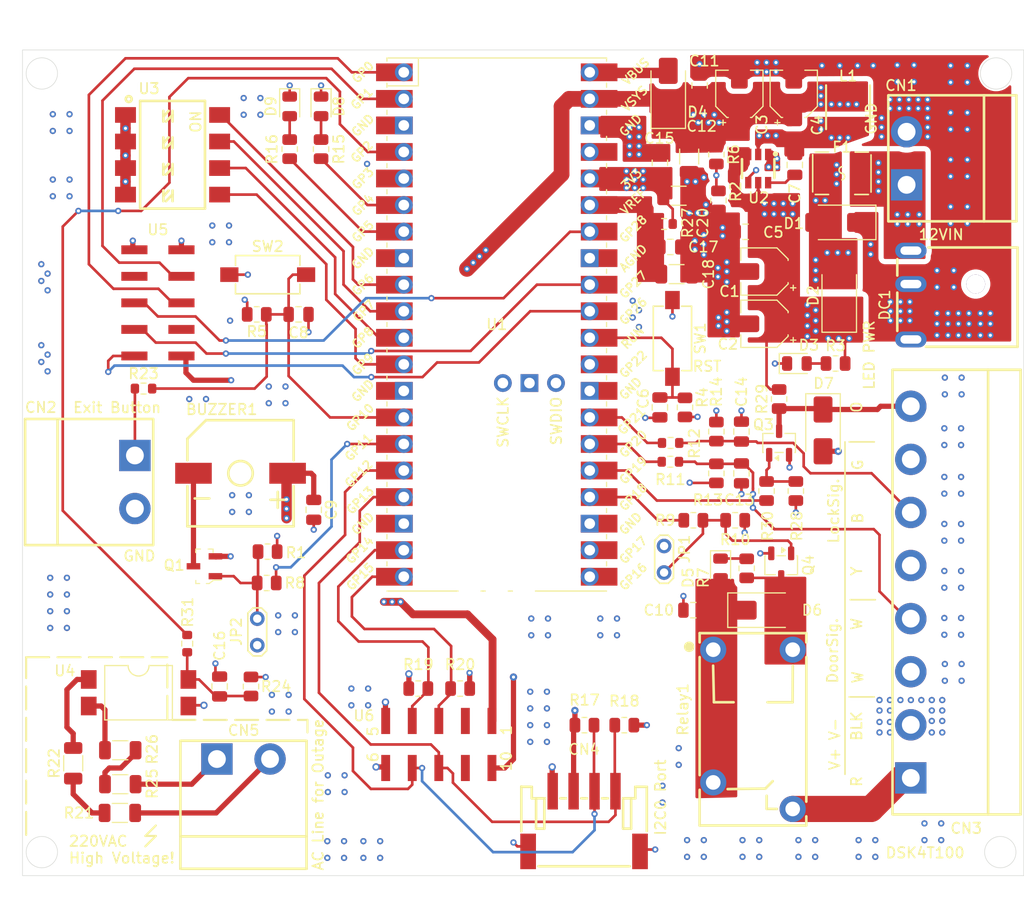
<source format=kicad_pcb>
(kicad_pcb (version 20241229) (generator "pcbnew") (generator_version "9.0")
  (layers (0 "F.Cu" mixed) (4 "In1.Cu" signal) (6 "In2.Cu" signal) (2 "B.Cu" signal) (13 "F.Paste" user) (15 "B.Paste" user) (5 "F.SilkS" user "F.Silkscreen") (7 "B.SilkS" user "B.Silkscreen") (1 "F.Mask" user) (3 "B.Mask" user) (25 "Edge.Cuts" user))
  (net 0 "")
  (net 1 "Net-(C16-Pad2)")
  (net 2 "Net-(BUZZER1--)")
  (net 3 "/DI_ZeroCross")
  (net 4 "+5V")
  (net 5 "GND")
  (net 7 "VIN")
  (net 9 "/RESET")
  (net 10 "Net-(U2-VBST)")
  (net 12 "Net-(U2-SW)")
  (net 13 "/DI_ExitButton")
  (net 14 "/ADC_VREF")
  (net 16 "/DSK4T100_Open")
  (net 17 "+3.3V")
  (net 18 "Net-(CN1-Pad1)")
  (net 19 "Net-(CN2-Pad1)")
  (net 20 "V_DSK4T100")
  (net 21 "/DSK4T100_DoorStatus")
  (net 22 "Net-(D6-A2)")
  (net 24 "/DSK4T100_LockStatus")
  (net 25 "/I2C0_SCL")
  (net 26 "/I2C0_SDA")
  (net 27 "/I2C1_SCL")
  (net 28 "/I2C1_SDA")
  (net 31 "/AIN_ADC2")
  (net 32 "Net-(D1-A2)")
  (net 33 "Net-(D3-A)")
  (net 34 "VBUS")
  (net 35 "Net-(D5-K)")
  (net 36 "Net-(D8-A)")
  (net 37 "Net-(D9-A)")
  (net 38 "Net-(U2-VFB)")
  (net 39 "/DO_Buzzer")
  (net 40 "/DO_DoorLock_PWR")
  (net 41 "/DO_LED_BL")
  (net 42 "/DO_LED_Y")
  (net 44 "/DI_DoorLock_DoorStatus")
  (net 45 "/DI_DoorLock_LockStatus")
  (net 47 "/DI_SW4")
  (net 48 "Net-(CN5-Pad1)")
  (net 49 "/DI_SW3")
  (net 51 "Net-(Q3-G)")
  (net 54 "/DI_SW2")
  (net 55 "/DI_SW1")
  (net 56 "/DO_DoorLock_Open")
  (net 57 "Net-(JP1-B)")
  (net 58 "Net-(JP2-B)")
  (net 59 "Net-(CN5-Pad2)")
  (net 60 "Net-(R21-Pad2)")
  (net 61 "Net-(R22-Pad2)")
  (net 62 "Net-(R25-Pad2)")
  (net 63 "Net-(R26-Pad2)")
  (net 64 "/AIN_ADC1")
  (net 65 "/DO_GPIO1")
  (net 66 "/DO_GPIO0")
  (net 67 "/AIN_ADC0")
  (footprint "LED_SMD:LED_0805_2012Metric" (layer "F.Cu") (at 123.2 70.4 -90)
    (property "Reference" "D9")
    (property "Value" "Yellow")
  )
  (footprint "TestPoint:TestPoint_2Pads_Pitch2.54mm_Drill0.8mm" (layer "F.Cu") (at 120.1 121.95 90)
    (property "Reference" "JP2")
    (property "Value" "Jumper_2_Open")
  )
  (footprint "Capacitor_SMD:C_0805_2012Metric" (layer "F.Cu") (at 158.6 75.8 -90)
    (property "Reference" "C15")
    (property "Value" "0.1u")
  )
  (footprint "Resistor_SMD:R_1206_3216Metric" (layer "F.Cu") (at 107 135.25 180)
    (property "Reference" "R25")
    (property "Value" "30k")
  )
  (footprint "LED_SMD:LED_0805_2012Metric" (layer "F.Cu") (at 164.4 114.6 -90)
    (property "Reference" "D5")
    (property "Value" "Red")
  )
  (footprint "Resistor_SMD:R_0805_2012Metric" (layer "F.Cu") (at 123.2 74.4875 -90)
    (property "Reference" "R16")
    (property "Value" "1k")
  )
  (footprint "WAFER-200W-4P:CONN-SMD_WAFER-200W-4P" (layer "F.Cu") (at 151.35 138.8)
    (property "Reference" "CN4")
    (property "Value" "WAFER-200W-4P")
  )
  (footprint "Capacitor_SMD:CP_Elec_4x5.4" (layer "F.Cu") (at 168.6 86.2 180)
    (property "Reference" "C1")
    (property "Value" "10u")
  )
  (footprint "Diode_SMD:D_SMA" (layer "F.Cu") (at 159.4 69 90)
    (property "Reference" "D4")
    (property "Value" "SK310A")
  )
  (footprint "JZC-32F:RELAY-TH_JZC-32F-012-HS3-555" (layer "F.Cu") (at 167.5 130 -90)
    (property "Reference" "Relay1")
    (property "Value" "JZC-32F/012-HS3(555)")
  )
  (footprint "Package_TO_SOT_SMD:SOT-23-3" (layer "F.Cu") (at 170.2 114.3 -90)
    (property "Reference" "Q4")
    (property "Value" "BSS138")
  )
  (footprint "Resistor_SMD:R_0805_2012Metric" (layer "F.Cu") (at 164.2 79.4 90)
    (property "Reference" "R2")
    (property "Value" "10k")
  )
  (footprint "TPS563200DDCR:SOT-23-6_L2.9-W1.6-P0.95-LS2.8-BR" (layer "F.Cu") (at 168 76.35 90)
    (property "Reference" "U2")
    (property "Value" "TPS563200DDCR")
  )
  (footprint "Capacitor_SMD:C_0805_2012Metric" (layer "F.Cu") (at 116.5 125.9 -90)
    (property "Reference" "C16")
    (property "Value" "0.1u")
  )
  (footprint "Resistor_SMD:R_0805_2012Metric" (layer "F.Cu") (at 119.5 125.9 90)
    (property "Reference" "R24")
    (property "Value" "10k")
  )
  (footprint "WJ2EDGRC-5.08-2P:CONN-TH_2P-P5.08_WJ2EDGRC-5.08-2P" (layer "F.Cu") (at 182.1925 75.3675 90)
    (property "Reference" "CN1")
    (property "Value" "WJ2EDGRC-5.08-2P")
  )
  (footprint "Capacitor_SMD:C_0805_2012Metric" (layer "F.Cu") (at 158.6 99.2 -90)
    (property "Reference" "C6")
    (property "Value" "0.1u")
  )
  (footprint "Capacitor_SMD:C_0805_2012Metric" (layer "F.Cu") (at 125.5 109 -90)
    (property "Reference" "C9")
    (property "Value" "0.1u")
  )
  (footprint "Resistor_SMD:R_0805_2012Metric" (layer "F.Cu") (at 175.4 95 180)
    (property "Reference" "R3")
    (property "Value" "2k")
  )
  (footprint "Resistor_SMD:R_0603_1608Metric" (layer "F.Cu") (at 159 81.65 180)
    (property "Reference" "R27")
    (property "Value" "0R")
  )
  (footprint "Capacitor_SMD:C_1206_3216Metric" (layer "F.Cu") (at 160.2 86.45)
    (property "Reference" "C18")
    (property "Value" "1u")
  )
  (footprint "Resistor_SMD:R_0603_1608Metric" (layer "F.Cu") (at 113.4 121.8 -90)
    (property "Reference" "R31")
    (property "Value" "0R")
  )
  (footprint "Capacitor_SMD:C_0805_2012Metric" (layer "F.Cu") (at 159.6 83.85)
    (property "Reference" "C17")
    (property "Value" "0.1u")
  )
  (footprint "Diode_SMD:D_SMA" (layer "F.Cu") (at 174.2 101.4 -90)
    (property "Reference" "D7")
    (property "Value" "SMAJ26A")
  )
  (footprint "MF-MSMF150-24X-2:F1812" (layer "F.Cu") (at 176 76.8 180)
    (property "Reference" "F1")
    (property "Value" "MF-MSMF150/24X-2")
  )
  (footprint "Capacitor_SMD:C_1206_3216Metric" (layer "F.Cu") (at 161.4 75.2 -90)
    (property "Reference" "C12")
    (property "Value" "1u")
  )
  (footprint "Resistor_SMD:R_0603_1608Metric" (layer "F.Cu") (at 109.225 97.4)
    (property "Reference" "R23")
    (property "Value" "0R")
  )
  (footprint "Package_TO_SOT_SMD:SOT-23-3" (layer "F.Cu") (at 170 102.6 90)
    (property "Reference" "Q3")
    (property "Value" "BSS138")
  )
  (footprint "Capacitor_SMD:C_0805_2012Metric" (layer "F.Cu") (at 124.05 90.3)
    (property "Reference" "C8")
    (property "Value" "0.1u")
  )
  (footprint "RPi_Pico:RPi_PicoW_SMD_TH" (layer "F.Cu") (at 143 91.27)
    (property "Reference" "U1")
    (property "Value" "PicoW")
  )
  (footprint "TestPoint:TestPoint_2Pads_Pitch2.54mm_Drill0.8mm" (layer "F.Cu") (at 159 112.46 -90)
    (property "Reference" "JP1")
    (property "Value" "Jumper_2_Open")
  )
  (footprint "Resistor_SMD:R_0805_2012Metric" (layer "F.Cu") (at 164 75 90)
    (property "Reference" "R6")
    (property "Value" "56.2k")
  )
  (footprint "Diode_SMD:D_SMA" (layer "F.Cu") (at 168.6 118.6)
    (property "Reference" "D6")
    (property "Value" "SMAJ26A")
  )
  (footprint "1TS002B-2300-4301-CT:SW-SMD_L6.0-W3.5-LS8.0" (layer "F.Cu") (at 159.8 92.6 90)
    (property "Reference" "SW1")
    (property "Value" "1TS002B-2300-4301")
  )
  (footprint "Resistor_SMD:R_0805_2012Metric" (layer "F.Cu") (at 166.9 114.6 90)
    (property "Reference" "R7")
    (property "Value" "2k")
  )
  (footprint "WJ2EDGRC-5.08-2P:CONN-TH_2P-P5.08_WJ2EDGRC-5.08-2P" (layer "F.Cu") (at 118.7825 132.8425)
    (property "Reference" "CN5")
    (property "Value" "WJ2EDGRC-5.08-2P")
  )
  (footprint "BX-DS2.54-4PTP:SW-SMD_8P-L10.3-W6.2-P2.54-LS9.5-BL" (layer "F.Cu") (at 112 75.03 -90)
    (property "Reference" "U3")
    (property "Value" "BX-DS2.54-4PTP")
  )
  (footprint "Resistor_SMD:R_0805_2012Metric" (layer "F.Cu") (at 121.0875 113 180)
    (property "Reference" "R1")
    (property "Value" "10k")
  )
  (footprint "Diode_SMD:D_SMA" (layer "F.Cu") (at 175.75 81.5 180)
    (property "Reference" "D1")
    (property "Value" "SMAJ26CA")
  )
  (footprint "Capacitor_SMD:C_0805_2012Metric" (layer "F.Cu") (at 166.4 105.5125 90)
    (property "Reference" "C13")
    (property "Value" "0.1u")
  )
  (footprint "Capacitor_SMD:CP_Elec_4x5.4" (layer "F.Cu") (at 168.6 91.2 180)
    (property "Reference" "C2")
    (property "Value" "10u")
  )
  (footprint "Resistor_SMD:R_0603_1608Metric" (layer "F.Cu") (at 159.6 104.4 180)
    (property "Reference" "R11")
    (property "Value" "0R")
  )
  (footprint "LED_SMD:LED_0805_2012Metric" (layer "F.Cu") (at 126.2 70.4 -90)
    (property "Reference" "D8")
    (property "Value" "Blue")
  )
  (footprint "Capacitor_SMD:CP_Elec_4x5.4" (layer "F.Cu") (at 171.4 69.2 90)
    (property "Reference" "C4")
    (property "Value" "22u")
  )
  (footprint "Diode_SMD:D_SMA" (layer "F.Cu") (at 175.75 88.5 90)
    (property "Reference" "D2")
    (property "Value" "SK310A")
  )
  (footprint "Package_DIP:SMDIP-4_W9.53mm_Clearance8mm" (layer "F.Cu") (at 108.75 126.5)
    (property "Reference" "U4")
    (property "Value" "SFH6206-3T")
  )
  (footprint "YS-SBZ9650DYB05:BUZ-SMD_L9.6-W9.6-LS10.0-R" (layer "F.Cu") (at 118.5 105.5)
    (property "Reference" "BUZZER1")
    (property "Value" "YS-SBZ9650DYB05_C409830")
  )
  (footprint "Capacitor_SMD:C_0805_2012Metric" (layer "F.Cu") (at 166.8 82.4)
    (property "Reference" "C5")
    (property "Value" "0.1u")
  )
  (footprint "Capacitor_SMD:C_1206_3216Metric" (layer "F.Cu") (at 160.4 78.95)
    (property "Reference" "C20")
    (property "Value" "1u")
  )
  (footprint "WJ2EDGRC-5.08-8P:CONN-TH_8P-P5.08_WJ2EDGRC-5.08-8P" (layer "F.Cu") (at 182.5925 116.87 90)
    (property "Reference" "CN3")
    (property "Value" "WJ2EDGRC-5.08-8P")
  )
  (footprint "Resistor_SMD:R_0805_2012Metric" (layer "F.Cu") (at 135.5 126.1 180)
    (property "Reference" "R19")
    (property "Value" "10k")
  )
  (footprint "1TS002B-2300-4301-CT:SW-SMD_L6.0-W3.5-LS8.0" (layer "F.Cu") (at 121.1 86.5 180)
    (property "Reference" "SW2")
    (property "Value" "1TS002B-2300-4301")
  )
  (footprint "Resistor_SMD:R_0603_1608Metric" (layer "F.Cu") (at 159.625 102.6 180)
    (property "Reference" "R12")
    (property "Value" "0R")
  )
  (footprint "Capacitor_SMD:CP_Elec_4x5.4" (layer "F.Cu") (at 166.2 69.2 90)
    (property "Reference" "C3")
    (property "Value" "22u")
  )
  (footprint "Resistor_SMD:R_0805_2012Metric" (layer "F.Cu") (at 164 105.5125 -90)
    (property "Reference" "R13")
    (property "Value" "10k")
  )
  (footprint "DC-044-B200:DC-IN-TH_DC-044-BXXX" (layer "F.Cu") (at 182.6 88.45 180)
    (property "Reference" "DC1")
    (property "Value" "DC-044-B200")
  )
  (footprint "Capacitor_SMD:C_0805_2012Metric" (layer "F.Cu") (at 162.4 68.4 -90)
    (property "Reference" "C11")
    (property "Value" "0.1u")
  )
  (footprint "Resistor_SMD:R_0805_2012Metric" (layer "F.Cu") (at 120.05 90.3 180)
    (property "Reference" "R5")
    (property "Value" "10k")
  )
  (footprint "WJ2EDGRC-5.08-2P:CONN-TH_2P-P5.08_WJ2EDGRC-5.08-2P" (layer "F.Cu") (at 108.4 106.34 -90)
    (property "Reference" "CN2")
    (property "Value" "WJ2EDGRC-5.08-2P")
  )
  (footprint "SWPA4030S3R3MT:IND-SMD_L4.0-W4.0_SMNR4012" (layer "F.Cu") (at 176.6 70.5 90)
    (property "Reference" "L1")
    (property "Value" "SWPA4030S3R3MT")
  )
  (footprint "Resistor_SMD:R_1206_3216Metric" (layer "F.Cu") (at 106.9625 138 180)
    (property "Reference" "R21")
    (property "Value" "30k")
  )
  (footprint "Resistor_SMD:R_0805_2012Metric" (layer "F.Cu") (at 164 101.5125 90)
    (property "Reference" "R14")
    (property "Value" "10k")
  )
  (footprint "LED_SMD:LED_0805_2012Metric" (layer "F.Cu") (at 171.7 95)
    (property "Reference" "D3")
    (property "Value" "Green")
  )
  (footprint "Resistor_SMD:R_0805_2012Metric" (layer "F.Cu") (at 139.5 126.1)
    (property "Reference" "R20")
    (property "Value" "10k")
  )
  (footprint "Resistor_SMD:R_1206_3216Metric" (layer "F.Cu") (at 102.5 133.25 90)
    (property "Reference" "R22")
    (property "Value" "30k")
  )
  (footprint "Resistor_SMD:R_0805_2012Metric" (layer "F.Cu") (at 126.2 74.4875 -90)
    (property "Reference" "R15")
    (property "Value" "1k")
  )
  (footprint "digikey-footprints:SOT-23-3" (layer "F.Cu") (at 115.05 114.4 180)
    (property "Reference" "Q1")
    (property "Value" "BSS138")
  )
  (footprint "Capacitor_SMD:C_0805_2012Metric" (layer "F.Cu") (at 161.8 118.6 180)
    (property "Reference" "C10")
    (property "Value" "0.1u")
  )
  (footprint "Resistor_SMD:R_0805_2012Metric" (layer "F.Cu") (at 151.3875 129.6 180)
    (property "Reference" "R17")
    (property "Value" "10k")
  )
  (footprint "Capacitor_SMD:C_0805_2012Metric" (layer "F.Cu") (at 166.4 101.5125 -90)
    (property "Reference" "C14")
    (property "Value" "0.1u")
  )
  (footprint "Resistor_SMD:R_0805_2012Metric" (layer "F.Cu") (at 121 116 180)
    (property "Reference" "R8")
    (property "Value" "100R")
  )
  (footprint "Resistor_SMD:R_1206_3216Metric" (layer "F.Cu") (at 107 132 180)
    (property "Reference" "R26")
    (property "Value" "30k")
  )
  (footprint "Resistor_SMD:R_0805_2012Metric" (layer "F.Cu") (at 170 98.4 90)
    (property "Reference" "R29")
    (property "Value" "10k")
  )
  (footprint "Resistor_SMD:R_0805_2012Metric" (layer "F.Cu") (at 161.8 110 180)
    (property "Reference" "R9")
    (property "Value" "100R")
  )
  (footprint "Capacitor_SMD:C_0805_2012Metric" (layer "F.Cu") (at 171.5 76 -90)
    (property "Reference" "C7")
    (property "Value" "0.1u")
  )
  (footprint "Resistor_SMD:R_0805_2012Metric" (layer "F.Cu") (at 161 99.2 -90)
    (property "Reference" "R4")
    (property "Value" "10k")
  )
  (footprint "HX_PM2.54-2x5P_WT:HDR-SMD_10P-P2.54-H-F-R2-C5-W8.5" (layer "F.Cu") (at 110.6 89.2 90)
    (property "Reference" "U5")
    (property "Value" "HX PM2.54-2X5P WT")
  )
  (footprint "Resistor_SMD:R_0805_2012Metric" (layer "F.Cu") (at 165.8 110 180)
    (property "Reference" "R10")
    (property "Value" "10k")
  )
  (footprint "Resistor_SMD:R_0805_2012Metric" (layer "F.Cu") (at 171.6 107.2 90)
    (property "Reference" "R28")
    (property "Value" "10k")
  )
  (footprint "Resistor_SMD:R_0805_2012Metric" (layer "F.Cu") (at 155.2 129.6)
    (property "Reference" "R18")
    (property "Value" "10k")
  )
  (footprint "HX_PM2.54-2x5P_WT:HDR-SMD_10P-P2.54-H-F-R2-C5-W8.5" (layer "F.Cu") (at 137.46 131.45 180)
    (property "Reference" "U6")
    (property "Value" "HX PM2.54-2X5P WT")
  )
  (footprint "Resistor_SMD:R_0805_2012Metric" (layer "F.Cu") (at 168.8 107.2 -90)
    (property "Reference" "R30")
    (property "Value" "100R")
  )
  (gr_line (start 111.5 129) (end 111.5 123.1) (stroke (width 0.2) (type dash)) (layer "F.SilkS"))
  (gr_line (start 110.4 140.2) (end 109.4 141.2) (stroke (width 0.2)) (layer "F.SilkS"))
  (gr_line (start 176.7 126.9) (end 179.1 126.9) (stroke (width 0.16)) (layer "F.SilkS"))
  (gr_line (start 176.8 117.6) (end 179.2 117.6) (stroke (width 0.16)) (layer "F.SilkS"))
  (gr_line (start 98 123.1) (end 111.5 123.1) (stroke (width 0.2) (type dash)) (layer "F.SilkS"))
  (gr_line (start 124.9 130.3) (end 124.9 129.1) (stroke (width 0.2) (type dash)) (layer "F.SilkS"))
  (gr_line (start 110.4 139.2) (end 109.4 140.2) (stroke (width 0.2)) (layer "F.SilkS"))
  (gr_line (start 98 140.1) (end 98 123.1) (stroke (width 0.2) (type dash)) (layer "F.SilkS"))
  (gr_line (start 176.3 134.3) (end 176.3 102.5) (stroke (width 0.16)) (layer "F.SilkS"))
  (gr_line (start 176.7 102.5) (end 179.1 102.5) (stroke (width 0.16)) (layer "F.SilkS"))
  (gr_line (start 109.4 140.2) (end 110.4 140.2) (stroke (width 0.2)) (layer "F.SilkS"))
  (gr_line (start 111.985 129.1) (end 124.9 129.1) (stroke (width 0.2) (type dash)) (layer "F.SilkS"))
  (gr_circle (center 99.5 141.75) (end 101 141.75) (stroke (width 0.05)) (fill no) (layer "Edge.Cuts"))
  (gr_circle (center 190.75 67.25) (end 192.25 67.25) (stroke (width 0.05)) (fill no) (layer "Edge.Cuts"))
  (gr_circle (center 191.15 141.75) (end 192.65 141.75) (stroke (width 0.05)) (fill no) (layer "Edge.Cuts"))
  (gr_rect (start 97.65 65) (end 193.4 144) (stroke (width 0.05)) (fill no) (layer "Edge.Cuts"))
  (gr_circle (center 99.5 67.25) (end 101 67.25) (stroke (width 0.05)) (fill no) (layer "Edge.Cuts"))
  (gr_text "G" (at 178.1 105.3 90) (layer "F.SilkS") (effects (font (size 1 1) (thickness 0.16)) (justify left bottom)))
  (gr_text "AC Line for Outage" (at 126.5 143.6 90) (layer "F.SilkS") (effects (font (size 1 1) (thickness 0.16)) (justify left bottom)))
  (gr_text "I2C0 Port" (at 159.25 140.25 90) (layer "F.SilkS") (effects (font (size 1 1) (thickness 0.16)) (justify left bottom)))
  (gr_text "W" (at 178.1 125.7 90) (layer "F.SilkS") (effects (font (size 1 1) (thickness 0.16)) (justify left bottom)))
  (gr_text "BLK" (at 178 131.2 90) (layer "F.SilkS") (effects (font (size 1 1) (thickness 0.16)) (justify left bottom)))
  (gr_text "LockSig." (at 175.8 112.3 90) (layer "F.SilkS") (effects (font (size 1 1) (thickness 0.16)) (justify left bottom)))
  (gr_text "GND" (at 107.2 114 0) (layer "F.SilkS") (effects (font (size 1 1) (thickness 0.16)) (justify left bottom)))
  (gr_text "RST" (at 161.65 95.85 0) (layer "F.SilkS") (effects (font (size 1 1) (thickness 0.16)) (justify left bottom)))
  (gr_text "DSK4T100" (at 180.1 142.4 0) (layer "F.SilkS") (effects (font (size 1 1) (thickness 0.16)) (justify left bottom)))
  (gr_text "DoorSig." (at 175.7 125.7 90) (layer "F.SilkS") (effects (font (size 1 1) (thickness 0.16)) (justify left bottom)))
  (gr_text "O" (at 178 99.8 90) (layer "F.SilkS") (effects (font (size 1 1) (thickness 0.16)) (justify left bottom)))
  (gr_text "Exit Button" (at 102.4 99.8 0) (layer "F.SilkS") (effects (font (size 1 1) (thickness 0.16)) (justify left bottom)))
  (gr_text "10  1" (at 144.5 134.1 90) (layer "F.SilkS") (effects (font (size 1 1) (thickness 0.16)) (justify left bottom)))
  (gr_text "R" (at 178 135.6 90) (layer "F.SilkS") (effects (font (size 1 1) (thickness 0.16)) (justify left bottom)))
  (gr_text "220VAC\nHigh Voltage!" (at 102 142.9 0) (layer "F.SilkS") (effects (font (size 1 1) (thickness 0.16)) (justify left bottom)))
  (gr_text "Y" (at 178 115.4 90) (layer "F.SilkS") (effects (font (size 1 1) (thickness 0.16)) (justify left bottom)))
  (gr_text "B\n" (at 178.1 110.4 90) (layer "F.SilkS") (effects (font (size 1 1) (thickness 0.16)) (justify left bottom)))
  (gr_text "W" (at 178 120.6 90) (layer "F.SilkS") (effects (font (size 1 1) (thickness 0.16)) (justify left bottom)))
  (gr_text "GND" (at 179.4 73.2 90) (layer "F.SilkS") (effects (font (size 1 1) (thickness 0.16)) (justify left bottom)))
  (gr_text "6  5" (at 131.75 133.25 90) (layer "F.SilkS") (effects (font (size 1 1) (thickness 0.16)) (justify left bottom)))
  (gr_text "LED PWR" (at 179.2 97.6 90) (layer "F.SilkS") (effects (font (size 1 1) (thickness 0.16)) (justify left bottom)))
  (gr_text "V+ V-" (at 175.9 134 90) (layer "F.SilkS") (effects (font (size 1 1) (thickness 0.16)) (justify left bottom)))
  (gr_text "12VIN" (at 183.25 83.25 0) (layer "F.SilkS") (effects (font (size 1 1) (thickness 0.16)) (justify left bottom)))
  (segment (start 119.5 126.8125) (end 116.1125 126.8125) (width 0.254) (layer "F.Cu") (net 1))
  (segment (start 114.53 125.23) (end 113.515 125.23) (width 0.254) (layer "F.Cu") (net 1))
  (segment (start 116.1125 126.8125) (end 114.53 125.23) (width 0.254) (layer "F.Cu") (net 1))
  (segment (start 113.4 122.625) (end 113.4 125.115) (width 0.254) (layer "F.Cu") (net 1))
  (segment (start 113.4 125.115) (end 113.515 125.23) (width 0.254) (layer "F.Cu") (net 1))
  (segment (start 114 114.4) (end 114 105.5) (width 0.5) (layer "F.Cu") (net 2))
  (segment (start 130.66 74.76) (end 134.11 74.76) (width 0.254) (layer "F.Cu") (net 3))
  (segment (start 126.7 67.7) (end 128 69) (width 0.254) (layer "F.Cu") (net 3))
  (segment (start 128 69) (end 128 72.1) (width 0.254) (layer "F.Cu") (net 3))
  (segment (start 109 80.4) (end 106.8 80.4) (width 0.254) (layer "F.Cu") (net 3))
  (segment (start 113.5 67.7) (end 126.7 67.7) (width 0.254) (layer "F.Cu") (net 3))
  (segment (start 101.5 81.9) (end 101.5 109.075) (width 0.254) (layer "F.Cu") (net 3))
  (segment (start 128 72.1) (end 130.66 74.76) (width 0.254) (layer "F.Cu") (net 3))
  (segment (start 103 80.4) (end 101.5 81.9) (width 0.254) (layer "F.Cu") (net 3))
  (segment (start 101.5 109.075) (end 113.4 120.975) (width 0.254) (layer "F.Cu") (net 3))
  (segment (start 109.2 80.2) (end 111.7 77.7) (width 0.254) (layer "F.Cu") (net 3))
  (segment (start 111.7 77.7) (end 111.7 69.5) (width 0.254) (layer "F.Cu") (net 3))
  (segment (start 109.2 80.2) (end 109 80.4) (width 0.254) (layer "F.Cu") (net 3))
  (segment (start 111.7 69.5) (end 113.5 67.7) (width 0.254) (layer "F.Cu") (net 3))
  (via (at 103 80.4) (size 0.6) (drill 0.3) (layers "F.Cu" "B.Cu") (net 3))
  (via (at 106.8 80.4) (size 0.6) (drill 0.3) (layers "F.Cu" "B.Cu") (net 3))
  (segment (start 103 80.4) (end 106.8 80.4) (width 0.254) (layer "B.Cu") (net 3))
  (segment (start 132.2 117.8) (end 133.8 117.8) (width 0.75) (layer "F.Cu") (net 4))
  (segment (start 117.6 96.6) (end 114 96.6) (width 0.5) (layer "F.Cu") (net 4))
  (segment (start 158.5 69.7) (end 159.6 70.8) (width 1.5) (layer "F.Cu") (net 4))
  (segment (start 140.2 119) (end 142.6 121.4) (width 0.75) (layer "F.Cu") (net 4))
  (segment (start 158.076016 69.68) (end 158.096016 69.7) (width 1.5) (layer "F.Cu") (net 4))
  (segment (start 151.89 69.68) (end 149.92 69.68) (width 1.5) (layer "F.Cu") (net 4))
  (segment (start 149.2 70.4) (end 149.2 76.9) (width 1.5) (layer "F.Cu") (net 4))
  (segment (start 113.28 95.88) (end 113.28 94.28) (width 0.5) (layer "F.Cu") (net 4))
  (segment (start 142.6 121.4) (end 142.6 129.14) (width 0.75) (layer "F.Cu") (net 4))
  (segment (start 125.25 105.5) (end 125.5 105.75) (width 0.5) (layer "F.Cu") (net 4))
  (segment (start 114 96.6) (end 113.28 95.88) (width 0.5) (layer "F.Cu") (net 4))
  (segment (start 149.92 69.68) (end 149.2 70.4) (width 1.5) (layer "F.Cu") (net 4))
  (segment (start 149.2 76.9) (end 140.15 85.95) (width 1.5) (layer "F.Cu") (net 4))
  (segment (start 122.9 105.6) (end 123 105.5) (width 1.5) (layer "F.Cu") (net 4))
  (segment (start 122.9 109.8) (end 122.9 105.6) (width 1) (layer "F.Cu") (net 4))
  (segment (start 158.096016 69.7) (end 158.5 69.7) (width 1.5) (layer "F.Cu") (net 4))
  (segment (start 151.89 69.68) (end 158.076016 69.68) (width 1.5) (layer "F.Cu") (net 4))
  (segment (start 135 119) (end 140.2 119) (width 0.75) (layer "F.Cu") (net 4))
  (segment (start 125.5 105.75) (end 125.5 108.05) (width 0.5) (layer "F.Cu") (net 4))
  (segment (start 159.6 70.8) (end 159.6 71) (width 1.5) (layer "F.Cu") (net 4))
  (segment (start 123 105.5) (end 125.25 105.5) (width 0.5) (layer "F.Cu") (net 4))
  (segment (start 133.8 117.8) (end 135 119) (width 0.75) (layer "F.Cu") (net 4))
  (segment (start 142.6 129.14) (end 142.54 129.2) (width 0.75) (layer "F.Cu") (net 4))
  (via (at 122.9 109.8) (size 0.6) (drill 0.3) (layers "F.Cu" "B.Cu") (net 4))
  (via (at 162.8 71.2) (size 0.6) (drill 0.3) (layers "F.Cu" "B.Cu") (net 4))
  (via (at 161.8 71.2) (size 0.6) (drill 0.3) (layers "F.Cu" "B.Cu") (net 4))
  (via (at 117.6 96.6) (size 0.6) (drill 0.3) (layers "F.Cu" "B.Cu") (net 4))
  (via (at 174 69.4) (size 0.6) (drill 0.3) (layers "F.Cu" "B.Cu") (net 4))
  (via (at 133.8 117.8) (size 0.6) (drill 0.3) (layers "F.Cu" "B.Cu") (net 4))
  (via (at 175 70.2) (size 0.6) (drill 0.3) (layers "F.Cu" "B.Cu") (net 4))
  (via (at 140.75 85.35) (size 0.6) (drill 0.3) (layers "F.Cu" "B.Cu") (net 4))
  (via (at 132.2 117.8) (size 0.6) (drill 0.3) (layers "F.Cu" "B.Cu") (net 4))
  (via (at 122.9 108.9) (size 0.6) (drill 0.3) (layers "F.Cu" "B.Cu") (net 4))
  (via (at 122.9 108) (size 0.6) (drill 0.3) (layers "F.Cu" "B.Cu") (net 4))
  (via (at 162.25 71.95) (size 0.6) (drill 0.3) (layers "F.Cu" "B.Cu") (net 4))
  (via (at 140.15 85.95) (size 0.6) (drill 0.3) (layers "F.Cu" "B.Cu") (net 4))
  (via (at 164.25 71.95) (size 0.6) (drill 0.3) (layers "F.Cu" "B.Cu") (net 4))
  (via (at 174 68.6) (size 0.6) (drill 0.3) (layers "F.Cu" "B.Cu") (net 4))
  (via (at 163.8 71.2) (size 0.6) (drill 0.3) (layers "F.Cu" "B.Cu") (net 4))
  (via (at 141.35 84.75) (size 0.6) (drill 0.3) (layers "F.Cu" "B.Cu") (net 4))
  (via (at 175.8 70.2) (size 0.6) (drill 0.3) (layers "F.Cu" "B.Cu") (net 4))
  (via (at 133 117.8) (size 0.6) (drill 0.3) (layers "F.Cu" "B.Cu") (net 4))
  (via (at 141.95 84.15) (size 0.6) (drill 0.3) (layers "F.Cu" "B.Cu") (net 4))
  (via (at 177.4 70.2) (size 0.6) (drill 0.3) (layers "F.Cu" "B.Cu") (net 4))
  (via (at 163.25 71.95) (size 0.6) (drill 0.3) (layers "F.Cu" "B.Cu") (net 4))
  (via (at 176.6 70.2) (size 0.6) (drill 0.3) (layers "F.Cu" "B.Cu") (net 4))
  (via (at 174 70.2) (size 0.6) (drill 0.3) (layers "F.Cu" "B.Cu") (net 4))
  (segment (start 162.4 66.35) (end 162.4 67.45) (width 0.254) (layer "F.Cu") (net 5))
  (segment (start 107.5 75.1) (end 107.5 77.6) (width 1) (layer "F.Cu") (net 5))
  (segment (start 126.2 69.4625) (end 126.2 68.4) (width 0.254) (layer "F.Cu") (net 5))
  (segment (start 144.975 141.2) (end 145.7 141.2) (width 0.254) (layer "F.Cu") (net 5))
  (segment (start 158.15 141.5) (end 156.7 141.5) (width 0.254) (layer "F.Cu") (net 5))
  (segment (start 116.2 113.45) (end 116.15 113.5) (width 0.5) (layer "F.Cu") (net 5))
  (segment (start 175.65 103.4) (end 174.2 103.4) (width 0.5) (layer "F.Cu") (net 5))
  (segment (start 107.5 77.6) (end 107.5 78.84) (width 1) (layer "F.Cu") (net 5))
  (segment (start 148.3 133.6) (end 148.3 135.75) (width 0.5) (layer "F.Cu") (net 5))
  (segment (start 166.4 99.5125) (end 166.4 100.7625) (width 0.254) (layer "F.Cu") (net 5))
  (segment (start 169.6 95) (end 170.7625 95) (width 0.254) (layer "F.Cu") (net 5))
  (segment (start 131.46 133.6) (end 132.28 133.6) (width 0.5) (layer "F.Cu") (net 5))
  (segment (start 160.85 117.25) (end 160.85 118.6) (width 0.254) (layer "F.Cu") (net 5))
  (segment (start 159.8 90.5) (end 159.8 88.93) (width 0.254) (layer "F.Cu") (net 5))
  (segment (start 112.85 83.25) (end 112.85 84.12) (width 0.5) (layer "F.Cu") (net 5))
  (segment (start 113.585 127.7) (end 113.515 127.77) (width 0.254) (layer "F.Cu") (net 5))
  (segment (start 166.7125 111.1605) (end 166.7125 110) (width 0.254) (layer "F.Cu") (net 5))
  (segment (start 156.7 141.5) (end 156.65 141.45) (width 0.254) (layer "F.Cu") (net 5))
  (segment (start 108.2 84.07) (end 108.25 84.12) (width 0.254) (layer "F.Cu") (net 5))
  (segment (start 168.2 113.1625) (end 169.25 113.1625) (width 0.254) (layer "F.Cu") (net 5))
  (segment (start 123.2 69.4625) (end 123.2 68.4) (width 0.254) (layer "F.Cu") (net 5))
  (segment (start 166.4 107.4855) (end 166.4 106.4625) (width 0.254) (layer "F.Cu") (net 5))
  (segment (start 171.6 109.25) (end 171.6 108.1125) (width 0.254) (layer "F.Cu") (net 5))
  (segment (start 171 104.95) (end 171 103.7875) (width 0.254) (layer "F.Cu") (net 5))
  (segment (start 158.55 100.2) (end 158.6 100.15) (width 0.254) (layer "F.Cu") (net 5))
  (segment (start 116.1 123.7) (end 116.1 124.55) (width 0.254) (layer "F.Cu") (net 5))
  (segment (start 117.55 113.45) (end 116.2 113.45) (width 0.5) (layer "F.Cu") (net 5))
  (segment (start 132.36 127.4) (end 132.36 129.18) (width 0.5) (layer "F.Cu") (net 5))
  (segment (start 145.7 141.2) (end 145.95 141.45) (width 0.254) (layer "F.Cu") (net 5))
  (segment (start 108.2 83.25) (end 108.2 84.07) (width 0.5) (layer "F.Cu") (net 5))
  (segment (start 166.7 111.173) (end 166.7125 111.1605) (width 0.254) (layer "F.Cu") (net 5))
  (segment (start 116.1 124.55) (end 116.5 124.95) (width 0.254) (layer "F.Cu") (net 5))
  (segment (start 132.28 133.6) (end 132.38 133.7) (width 0.254) (layer "F.Cu") (net 5))
  (segment (start 125 90.3) (end 125 92) (width 0.254) (layer "F.Cu") (net 5))
  (segment (start 171 103.7875) (end 170.95 103.7375) (width 0.254) (layer "F.Cu") (net 5))
  (segment (start 125.5 110.9) (end 125.5 109.95) (width 0.254) (layer "F.Cu") (net 5))
  (segment (start 107.5 72.5) (end 107.5 75.1) (width 1) (layer "F.Cu") (net 5))
  (segment (start 160.85 118.5) (end 160.85 118) (width 0.254) (layer "F.Cu") (net 5))
  (segment (start 144.6 140.825) (end 144.975 141.2) (width 0.254) (layer "F.Cu") (net 5))
  (segment (start 122 111.5) (end 122 113) (width 0.254) (layer "F.Cu") (net 5))
  (segment (start 116.15 113.5) (end 116.1 113.45) (width 0.254) (layer "F.Cu") (net 5))
  (segment (start 157.2 100.2) (end 158.55 100.2) (width 0.254) (layer "F.Cu") (net 5))
  (segment (start 107.5 71.22) (end 107.5 72.5) (width 1) (layer "F.Cu") (net 5))
  (segment (start 117.43 86.5) (end 119.2 86.5) (width 0.254) (layer "F.Cu") (net 5))
  (segment (start 115 127.7) (end 113.585 127.7) (width 0.254) (layer "F.Cu") (net 5))
  (segment (start 132.36 129.18) (end 132.38 129.2) (width 0.254) (layer "F.Cu") (net 5))
  (via (at 180.6 70.6) (size 0.6) (drill 0.3) (layers "F.Cu" "B.Cu") (net 5))
  (via (at 185.8 111.95) (size 0.6) (drill 0.3) (layers "F.Cu" "B.Cu") (net 5))
  (via (at 185.8 120.95) (size 0.6) (drill 0.3) (layers "F.Cu" "B.Cu") (net 5))
  (via (at 161.2 140.6) (size 0.6) (drill 0.3) (layers "F.Cu" "B.Cu") (net 5))
  (via (at 186.15 92.3) (size 0.6) (drill 0.3) (layers "F.Cu" "B.Cu") (net 5))
  (via (at 189.25 90.2) (size 0.6) (drill 0.3) (layers "F.Cu" "B.Cu") (net 5))
  (via (at 188 72.6) (size 0.6) (drill 0.3) (layers "F.Cu" "B.Cu") (net 5))
  (via (at 122.8 98.8) (size 0.6) (drill 0.3) (layers "F.Cu" "B.Cu") (net 5))
  (via (at 115.2 98.4) (size 0.6) (drill 0.3) (layers "F.Cu" "B.Cu") (net 5))
  (via (at 186.4 80) (size 0.6) (drill 0.3) (layers "F.Cu" "B.Cu") (net 5))
  (via (at 185.85 123.75) (size 0.6) (drill 0.3) (layers "F.Cu" "B.Cu") (net 5))
  (via (at 130.25 140.7) (size 0.6) (drill 0.3) (layers "F.Cu" "B.Cu") (net 5))
  (via (at 163 80.6) (size 0.6) (drill 0.3) (layers "F.Cu" "B.Cu") (net 5))
  (via (at 156 90.6) (size 0.6) (drill 0.3) (layers "F.Cu" "B.Cu") (net 5))
  (via (at 181.6 90) (size 0.6) (drill 0.3) (layers "F.Cu" "B.Cu") (net 5))
  (via (at 189.25 92.3) (size 0.6) (drill 0.3) (layers "F.Cu" "B.Cu") (net 5))
  (via (at 125 92) (size 0.6) (drill 0.3) (layers "F.Cu" "B.Cu") (net 5))
  (via (at 185.8 114.85) (size 0.6) (drill 0.3) (layers "F.Cu" "B.Cu") (net 5))
  (via (at 180.65 90) (size 0.6) (drill 0.3) (layers "F.Cu" "B.Cu") (net 5))
  (via (at 163 79.8) (size 0.6) (drill 0.3) (layers "F.Cu" "B.Cu") (net 5))
  (via (at 190.2 90.2) (size 0.6) (drill 0.3) (layers "F.Cu" "B.Cu") (net 5))
  (via (at 162.8 84.6) (size 0.6) (drill 0.3) (layers "F.Cu" "B.Cu") (net 5))
  (via (at 178.75 84.55) (size 0.6) (drill 0.3) (layers "F.Cu" "B.Cu") (net 5))
  (via (at 107.5 72.5) (size 0.6) (drill 0.3) (layers "F.Cu" "B.Cu") (net 5))
  (via (at 165 91.9) (size 0.6) (drill 0.3) (layers "F.Cu" "B.Cu") (net 5))
  (via (at 171.85 140.6) (size 0.6) (drill 0.3) (layers "F.Cu" "B.Cu") (net 5))
  (via (at 156 89) (size 0.6) (drill 0.3) (layers "F.Cu" "B.Cu") (net 5))
  (via (at 130.7 127.7) (size 0.6) (drill 0.3) (layers "F.Cu" "B.Cu") (net 5))
  (via (at 185.6 130.3) (size 0.6) (drill 0.3) (layers "F.Cu" "B.Cu") (net 5))
  (via (at 102.15 72.75) (size 0.6) (drill 0.3) (layers "F.Cu" "B.Cu") (net 5))
  (via (at 184.6 129.2) (size 0.6) (drill 0.3) (layers "F.Cu" "B.Cu") (net 5))
  (via (at 146.3 121) (size 0.6) (drill 0.3) (layers "F.Cu" "B.Cu") (net 5))
  (via (at 164.2 91.4) (size 0.6) (drill 0.3) (layers "F.Cu" "B.Cu") (net 5))
  (via (at 188 75.5) (size 0.6) (drill 0.3) (layers "F.Cu" "B.Cu") (net 5))
  (via (at 185.8 110.35) (size 0.6) (drill 0.3) (layers "F.Cu" "B.Cu") (net 5))
  (via (at 119.3 107.6) (size 0.6) (drill 0.3) (layers "F.Cu" "B.Cu") (net 5))
  (via (at 156.6 75) (size 0.6) (drill 0.3) (layers "F.Cu" "B.Cu") (net 5))
  (via (at 120.4 71.2) (size 0.6) (drill 0.3) (layers "F.Cu" "B.Cu") (net 5))
  (via (at 188 80) (size 0.6) (drill 0.3) (layers "F.Cu" "B.Cu") (net 5))
  (via (at 147.9 119.4) (size 0.6) (drill 0.3) (layers "F.Cu" "B.Cu") (net 5))
  (via (at 123.1 128.3) (size 0.6) (drill 0.3) (layers "F.Cu" "B.Cu") (net 5))
  (via (at 165 85.3) (size 0.6) (drill 0.3) (layers "F.Cu" "B.Cu") (net 5))
  (via (at 179.6 127.2) (size 0.6) (drill 0.3) (layers "F.Cu" "B.Cu") (net 5))
  (via (at 187.4 116.45) (size 0.6) (drill 0.3) (layers "F.Cu" "B.Cu") (net 5))
  (via (at 179.8 73.3) (size 0.6) (drill 0.3) (layers "F.Cu" "B.Cu") (net 5))
  (via (at 184.2 70.6) (size 0.6) (drill 0.3) (layers "F.Cu" "B.Cu") (net 5))
  (via (at 161.4 80.6) (size 0.6) (drill 0.3) (layers "F.Cu" "B.Cu") (net 5))
  (via (at 180.6 129.3) (size 0.6) (drill 0.3) (layers "F.Cu" "B.Cu") (net 5))
  (via (at 100.05 94.15) (size 0.6) (drill 0.3) (layers "F.Cu" "B.Cu") (net 5))
  (via (at 186.7 86.1) (size 0.6) (drill 0.3) (layers "F.Cu" "B.Cu") (net 5))
  (via (at 185.8 116.45) (size 0.6) (drill 0.3) (layers "F.Cu" "B.Cu") (net 5))
  (via (at 183.9 140.6) (size 0.6) (drill 0.3) (layers "F.Cu" "B.Cu") (net 5))
  (via (at 129.1 127.7) (size 0.6) (drill 0.3) (layers "F.Cu" "B.Cu") (net 5))
  (via (at 123.1 126.7) (size 0.6) (drill 0.3) (layers "F.Cu" "B.Cu") (net 5))
  (via (at 115.8 81.8) (size 0.6) (drill 0.3) (layers "F.Cu" "B.Cu") (net 5))
  (via (at 186.7 87.7) (size 0.6) (drill 0.3) (layers "F.Cu" "B.Cu") (net 5))
  (via (at 147.8 126.4) (size 0.6) (drill 0.3) (layers "F.Cu" "B.Cu") (net 5))
  (via (at 101.9 115.5) (size 0.6) (drill 0.3) (layers "F.Cu" "B.Cu") (net 5))
  (via (at 126.8 142.3) (size 0.6) (drill 0.3) (layers "F.Cu" "B.Cu") (net 5))
  (via (at 185.6 128.2) (size 0.6) (drill 0.3) (layers "F.Cu" "B.Cu") (net 5))
  (via (at 158.15 141.5) (size 0.6) (drill 0.3) (layers "F.Cu" "B.Cu") (net 5))
  (via (at 128.4 140.7) (size 0.6) (drill 0.3) (layers "F.Cu" "B.Cu") (net 5))
  (via (at 174.1 66.5) (size 0.6) (drill 0.3) (layers "F.Cu" "B.Cu") (net 5))
  (via (at 131.46 133.6) (size 0.7) (drill 0.4) (layers "F.Cu" "B.Cu") (net 5))
  (via (at 185.1 87.7) (size 0.6) (drill 0.3) (layers "F.Cu" "B.Cu") (net 5))
  (via (at 188 68.1) (size 0.6) (drill 0.3) (layers "F.Cu" "B.Cu") (net 5))
  (via (at 99.45 93.25) (size 0.6) (drill 0.3) (layers "F.Cu" "B.Cu") (net 5))
  (via (at 182.5 90.9) (size 0.6) (drill 0.3) (layers "F.Cu" "B.Cu") (net 5))
  (via (at 129.1 126.1) (size 0.6) (drill 0.3) (layers "F.Cu" "B.Cu") (net 5))
  (via (at 158.85 135.4) (size 0.6) (drill 0.3) (layers "F.Cu" "B.Cu") (net 5))
  (via (at 184.2 69.75) (size 0.6) (drill 0.3) (layers "F.Cu" "B.Cu") (net 5))
  (via (at 166.4 99.5125) (size 0.6) (drill 0.3) (layers "F.Cu" "B.Cu") (net 5))
  (via (at 155.7 72.4) (size 0.6) (drill 0.3) (layers "F.Cu" "B.Cu") (net 5))
  (via (at 126.85 136) (size 0.6) (drill 0.3) (layers "F.Cu" "B.Cu") (net 5))
  (via (at 182.4 70.6) (size 0.6) (drill 0.3) (layers "F.Cu" "B.Cu") (net 5))
  (via (at 165 87.2) (size 0.6) (drill 0.3) (layers "F.Cu" "B.Cu") (net 5))
  (via (at 166.5 140.6) (size 0.6) (drill 0.3) (layers "F.Cu" "B.Cu") (net 5))
  (via (at 171 104.95) (size 0.6) (drill 0.3) (layers "F.Cu" "B.Cu") (net 5))
  (via (at 180.6 69.75) (size 0.6) (drill 0.3) (layers "F.Cu" "B.Cu") (net 5))
  (via (at 181.6 90.9) (size 0.6) (drill 0.3) (layers "F.Cu" "B.Cu") (net 5))
  (via (at 165 90.1) (size 0.6) (drill 0.3) (layers "F.Cu" "B.Cu") (net 5))
  (via (at 148.3 133.6) (size 0.7) (drill 0.4) (layers "F.Cu" "B.Cu") (net 5))
  (via (at 100.05 86.4) (size 0.6) (drill 0.3) (layers "F.Cu" "B.Cu") (net 5))
  (via (at 173.45 142.2) (size 0.6) (drill 0.3) (layers "F.Cu" "B.Cu") (net 5))
  (via (at 155.7 74.2) (size 0.6) (drill 0.3) (layers "F.Cu" "B.Cu") (net 5))
  (via (at 146.2 126.4) (size 0.6) (drill 0.3) (layers "F.Cu" "B.Cu") (net 5))
  (via (at 186.4 72.6) (size 0.6) (drill 0.3) (layers "F.Cu" "B.Cu") (net 5))
  (via (at 185.5 139) (size 0.6) (drill 0.3) (layers "F.Cu" "B.Cu") (net 5))
  (via (at 122.1 119.1) (size 0.6) (drill 0.3) (layers "F.Cu" "B.Cu") (net 5))
  (via (at 115 127.7) (size 0.7) (drill 0.4) (layers "F.Cu" "B.Cu") (net 5))
  (via (at 185.8 107.45) (size 0.6) (drill 0.3) (layers "F.Cu" "B.Cu") (net 5))
  (via (at 128.45 136) (size 0.6) (drill 0.3) (layers "F.Cu" "B.Cu") (net 5))
  (via (at 159.8 90.5) (size 0.6) (drill 0.3) (layers "F.Cu" "B.Cu") (net 5))
  (via (at 184.2 71.5) (size 0.6) (drill 0.3) (layers "F.Cu" "B.Cu") (net 5))
  (via (at 100.3 120.3) (size 0.6) (drill 0.3) (layers "F.Cu" "B.Cu") (net 5))
  (via (at 180.65 89.1) (size 0.6) (drill 0.3) (layers "F.Cu" "B.Cu") (net 5))
  (via (at 187.15 92.3) (size 0.6) (drill 0.3) (layers "F.Cu" "B.Cu") (net 5))
  (via (at 162.4 66.35) (size 0.6) (drill 0.3) (layers "F.Cu" "B.Cu") (net 5))
  (via (at 186.4 77.1) (size 0.6) (drill 0.3) (layers "F.Cu" "B.Cu") (net 5))
  (via (at 182.4 69.75) (size 0.6) (drill 0.3) (layers "F.Cu" "B.Cu") (net 5))
  (via (at 100.3 117.1) (size 0.6) (drill 0.3) (layers "F.Cu" "B.Cu") (net 5))
  (via (at 99.45 85.5) (size 0.6) (drill 0.3) (layers "F.Cu" "B.Cu") (net 5))
  (via (at 185.1 92.3) (size 0.6) (drill 0.3) (layers "F.Cu" "B.Cu") (net 5))
  (via (at 169.7 67.1) (size 0.6) (drill 0.3) (layers "F.Cu" "B.Cu") (net 5))
  (via (at 132.36 127.4) (size 0.7) (drill 0.4) (layers "F.Cu" "B.Cu") (net 5))
  (via (at 167.9 67.1) (size 0.6) (drill 0.3) (layers "F.Cu" "B.Cu") (net 5))
  (via (at 181.3 66.45) (size 0.6) (drill 0.3) (layers "F.Cu" "B.Cu") (net 5))
  (via (at 185.85 125.35) (size 0.6) (drill 0.3) (layers "F.Cu" "B.Cu") (net 5))
  (via (at 147.9 121) (size 0.6) (drill 0.3) (layers "F.Cu" "B.Cu") (net 5))
  (via (at 168.1 142.2) (size 0.6) (drill 0.3) (layers "F.Cu" "B.Cu") (net 5))
  (via (at 181.5 69.75) (size 0.6) (drill 0.3) (layers "F.Cu" "B.Cu") (net 5))
  (via (at 164.2 90.6) (size 0.6) (drill 0.3) (layers "F.Cu" "B.Cu") (net 5))
  (via (at 147.8 128) (size 0.6) (drill 0.3) (layers "F.Cu" "B.Cu") (net 5))
  (via (at 187.15 91.2) (size 0.6) (drill 0.3) (layers "F.Cu" "B.Cu") (net 5))
  (via (at 101.9 118.7) (size 0.6) (drill 0.3) (layers "F.Cu" "B.Cu") (net 5))
  (via (at 165 86.2) (size 0.6) (drill 0.3) (layers "F.Cu" "B.Cu") (net 5))
  (via (at 131.85 142.3) (size 0.6) (drill 0.3) (layers "F.Cu" "B.Cu") (net 5))
  (via (at 178.75 83.6) (size 0.6) (drill 0.3) (layers "F.Cu" "B.Cu") (net 5))
  (via (at 185.8 105.85) (size 0.6) (drill 0.3) (layers "F.Cu" "B.Cu") (net 5))
  (via (at 162 77.6) (size 0.6) (drill 0.3) (layers "F.Cu" "B.Cu") (net 5))
  (via (at 189.25 91.2) (size 0.6) (drill 0.3) (layers "F.Cu" "B.Cu") (net 5))
  (via (at 117.55 113.45) (size 0.6) (drill 0.3) (layers "F.Cu" "B.Cu") (net 5))
  (via (at 188.15 90.2) (size 0.6) (drill 0.3) (layers "F.Cu" "B.Cu") (net 5))
  (via (at 185.5 140.6) (size 0.6) (drill 0.3) (layers "F.Cu" "B.Cu") (net 5))
  (via (at 115.8 83.4) (size 0.6) (drill 0.3) (layers "F.Cu" "B.Cu") (net 5))
  (via (at 185.8 101.2) (size 0.6) (drill 0.3) (layers "F.Cu" "B.Cu") (net 5))
  (via (at 175.65 103.4) (size 0.7) (drill 0.3) (layers "F.Cu" "B.Cu") (net 5))
  (via (at 171.85 142.2) (size 0.6) (drill 0.3) (layers "F.Cu" "B.Cu") (net 5))
  (via (at 130.7 126.1) (size 0.6) (drill 0.3) (layers "F.Cu" "B.Cu") (net 5))
  (via (at 181.5 70.6) (size 0.6) (drill 0.3) (layers "F.Cu" "B.Cu") (net 5))
  (via (at 173.45 140.6) (size 0.6) (drill 0.3) (layers "F.Cu" "B.Cu") (net 5))
  (via (at 107.5 75.1) (size 0.6) (drill 0.3) (layers "F.Cu" "B.Cu") (net 5))
  (via (at 187.4 101.2) (size 0.6) (drill 0.3) (layers "F.Cu" "B.Cu") (net 5))
  (via (at 117.5 90.9) (size 0.6) (drill 0.3) (layers "F.Cu" "B.Cu") (net 5))
  (via (at 166.4 107.4855) (size 0.6) (drill 0.3) (layers "F.Cu" "B.Cu") (net 5))
  (via (at 167.9 66.2) (size 0.6) (drill 0.3) (layers "F.Cu" "B.Cu") (net 5))
  (via (at 161.95 83.25) (size 0.6) (drill 0.3) (layers "F.Cu" "B.Cu") (net 5))
  (via (at 121.2 98.8) (size 0.6) (drill 0.3) (layers "F.Cu" "B.Cu") (net 5))
  (via (at 126.85 134.4) (size 0.6) (drill 0.3) (layers "F.Cu" "B.Cu") (net 5))
  (via (at 99.45 87.1) (size 0.6) (drill 0.3) (layers "F.Cu" "B.Cu") (net 5))
  (via (at 113.6 98.4) (size 0.6) (drill 0.3) (layers "F.Cu" "B.Cu") (net 5))
  (via (at 186.15 91.2) (size 0.6) (drill 0.3) (layers "F.Cu" "B.Cu") (net 5))
  (via (at 179.2 142.2) (size 0.6) (drill 0.3) (layers "F.Cu" "B.Cu") (net 5))
  (via (at 185.6 127.2) (size 0.6) (drill 0.3) (layers "F.Cu" "B.Cu") (net 5))
  (via (at 165 91) (size 0.6) (drill 0.3) (layers "F.Cu" "B.Cu") (net 5))
  (via (at 179.8 72.4) (size 0.6) (drill 0.3) (layers "F.Cu" "B.Cu") (net 5))
  (via (at 122.8 97.2) (size 0.6) (drill 0.3) (layers "F.Cu" "B.Cu") (net 5))
  (via (at 186.15 90.2) (size 0.6) (drill 0.3) (layers "F.Cu" "B.Cu") (net 5))
  (via (at 179.6 129.3) (size 0.6) (drill 0.3) (layers "F.Cu" "B.Cu") (net 5))
  (via (at 185.85 96.35) (size 0.6) (drill 0.3) (layers "F.Cu" "B.Cu") (net 5))
  (via (at 180.6 127.2) (size 0.6) (drill 0.3) (layers "F.Cu" "B.Cu") (net 5))
  (via (at 156.6 73.3) (size 0.6) (drill 0.3) (layers "F.Cu" "B.Cu") (net 5))
  (via (at 179 66.5) (size 0.6) (drill 0.3) (layers "F.Cu" "B.Cu") (net 5))
  (via (at 187.4 102.8) (size 0.6) (drill 0.3) (layers "F.Cu" "B.Cu") (net 5))
  (via (at 182.5 89.1) (size 0.6) (drill 0.3) (layers "F.Cu" "B.Cu") (net 5))
  (via (at 179.6 128.2) (size 0.6) (drill 0.3) (layers "F.Cu" "B.Cu") (net 5))
  (via (at 169.6 95) (size 0.6) (drill 0.3) (layers "F.Cu" "B.Cu") (net 5))
  (via (at 183.6 127.2) (size 0.6) (drill 0.3) (layers "F.Cu" "B.Cu") (net 5))
  (via (at 169.7 66.2) (size 0.6) (drill 0.3) (layers "F.Cu" "B.Cu") (net 5))
  (via (at 166.7 111.173) (size 0.6) (drill 0.3) (layers "F.Cu" "B.Cu") (net 5))
  (via (at 183.9 139) (size 0.6) (drill 0.3) (layers "F.Cu" "B.Cu") (net 5))
  (via (at 184.2 72.4) (size 0.6) (drill 0.3) (layers "F.Cu" "B.Cu") (net 5))
  (via (at 162.8 83.6) (size 0.6) (drill 0.3) (layers "F.Cu" "B.Cu") (net 5))
  (via (at 182.5 90) (size 0.6) (drill 0.3) (layers "F.Cu" "B.Cu") (net 5))
  (via (at 162.8 140.6) (size 0.6) (drill 0.3) (layers "F.Cu" "B.Cu") (net 5))
  (via (at 102.15 71.15) (size 0.6) (drill 0.3) (layers "F.Cu" "B.Cu") (net 5))
  (via (at 146.3 119.4) (size 0.6) (drill 0.3) (layers "F.Cu" "B.Cu") (net 5))
  (via (at 102.15 77.4) (size 0.6) (drill 0.3) (layers "F.Cu" "B.Cu") (net 5))
  (via (at 121.5 126.7) (size 0.6) (drill 0.3) (layers "F.Cu" "B.Cu") (net 5))
  (via (at 118.8 71.2) (size 0.6) (drill 0.3) (layers "F.Cu" "B.Cu") (net 5))
  (via (at 100.3 118.7) (size 0.6) (drill 0.3) (layers "F.Cu" "B.Cu") (net 5))
  (via (at 181.6 89.1) (size 0.6) (drill 0.3) (layers "F.Cu" "B.Cu") (net 5))
  (via (at 100.3 115.5) (size 0.6) (drill 0.3) (layers "F.Cu" "B.Cu") (net 5))
  (via (at 107.5 77.6) (size 0.6) (drill 0.3) (layers "F.Cu" "B.Cu") (net 5))
  (via (at 126.2 68.4) (size 0.6) (drill 0.3) (layers "F.Cu" "B.Cu") (net 5))
  (via (at 187.4 120.95) (size 0.6) (drill 0.3) (layers "F.Cu" "B.Cu") (net 5))
  (via (at 183.3 69.75) (size 0.6) (drill 0.3) (layers "F.Cu" "B.Cu") (net 5))
  (via (at 112.85 83.25) (size 0.6) (drill 0.3) (layers "F.Cu" "B.Cu") (net 5))
  (via (at 121.2 97.2) (size 0.6) (drill 0.3) (layers "F.Cu" "B.Cu") (net 5))
  (via (at 177.6 140.6) (size 0.6) (drill 0.3) (layers "F.Cu" "B.Cu") (net 5))
  (via (at 184.6 128.2) (size 0.6) (drill 0.3) (layers "F.Cu" "B.Cu") (net 5))
  (via (at 168.1 140.6) (size 0.6) (drill 0.3) (layers "F.Cu" "B.Cu") (net 5))
  (via (at 184.6 127.2) (size 0.6) (drill 0.3) (layers "F.Cu" "B.Cu") (net 5))
  (via (at 179.2 140.6) (size 0.6) (drill 0.3) (layers "F.Cu" "B.Cu") (net 5))
  (via (at 187.4 110.35) (size 0.6) (drill 0.3) (layers "F.Cu" "B.Cu") (net 5))
  (via (at 188 71) (size 0.6) (drill 0.3) (layers "F.Cu" "B.Cu") (net 5))
  (via (at 155.7 75) (size 0.6) (drill 0.3) (layers "F.Cu" "B.Cu") (net 5))
  (via (at 185.1 91.2) (size 0.6) (drill 0.3) (layers "F.Cu" "B.Cu") (net 5))
  (via (at 185.6 129.2) (size 0.6) (drill 0.3) (layers "F.Cu" "B.Cu") (net 5))
  (via (at 187.4 107.45) (size 0.6) (drill 0.3) (layers "F.Cu" "B.Cu") (net 5))
  (via (at 185.8 102.8) (size 0.6) (drill 0.3) (layers "F.Cu" "B.Cu") (net 5))
  (via (at 187.45 97.95) (size 0.6) (drill 0.3) (layers "F.Cu" "B.Cu") (net 5))
  (via (at 131.85 140.7) (size 0.6) (drill 0.3) (layers "F.Cu" "B.Cu") (net 5))
  (via (at 183.3 70.6) (size 0.6) (drill 0.3) (layers "F.Cu" "B.Cu") (net 5))
  (via (at 187.4 111.95) (size 0.6) (drill 0.3) (layers "F.Cu" "B.Cu") (net 5))
  (via (at 119.3 109.2) (size 0.6) (drill 0.3) (layers "F.Cu" "B.Cu") (net 5))
  (via (at 152.9 119.4) (size 0.6) (drill 0.3) (layers "F.Cu" "B.Cu") (net 5))
  (via (at 180.6 130.3) (size 0.6) (drill 0.3) (layers "F.Cu" "B.Cu") (net 5))
  (via (at 187.4 105.85) (size 0.6) (drill 0.3) (layers "F.Cu" "B.Cu") (net 5))
  (via (at 168.2 113.1625) (size 0.6) (drill 0.3) (layers "F.Cu" "B.Cu") (net 5))
  (via (at 146.2 131.2) (size 0.6) (drill 0.3) (layers "F.Cu" "B.Cu") (net 5))
  (via (at 186.4 71) (size 0.6) (drill 0.3) (layers "F.Cu" "B.Cu") (net 5))
  (via (at 123.2 68.4) (size 0.6) (drill 0.3) (layers "F.Cu" "B.Cu") (net 5))
  (via (at 188.15 91.2) (size 0.6) (drill 0.3) (layers "F.Cu" "B.Cu") (net 5))
  (via (at 185.1 86.1) (size 0.6) (drill 0.3) (layers "F.Cu" "B.Cu") (net 5))
  (via (at 187.45 96.35) (size 0.6) (drill 0.3) (layers "F.Cu" "B.Cu") (net 5))
  (via (at 117.4 83.4) (size 0.6) (drill 0.3) (layers "F.Cu" "B.Cu") (net 5))
  (via (at 161.95 84.1) (size 0.6) (drill 0.3) (layers "F.Cu" "B.Cu") (net 5))
  (via (at 179.8 71.5) (size 0.6) (drill 0.3) (layers "F.Cu" "B.Cu") (net 5))
  (via (at 154.5 119.4) (size 0.6) (drill 0.3) (layers "F.Cu" "B.Cu") (net 5))
  (via (at 168.8 67.1) (size 0.6) (drill 0.3) (layers "F.Cu" "B.Cu") (net 5))
  (via (at 100.55 79) (size 0.6) (drill 0.3) (layers "F.Cu" "B.Cu") (net 5))
  (via (at 156.6 91.5) (size 0.6) (drill 0.3) (layers "F.Cu" "B.Cu") (net 5))
  (via (at 154.5 121) (size 0.6) (drill 0.3) (layers "F.Cu" "B.Cu") (net 5))
  (via (at 123.7 119.1) (size 0.6) (drill 0.3) (layers "F.Cu" "B.Cu") (net 5))
  (via (at 182.6 127.2) (size 0.6) (drill 0.3) (layers "F.Cu" "B.Cu") (net 5))
  (via (at 162.8 77.2) (size 0.6) (drill 0.3) (layers "F.Cu" "B.Cu") (net 5))
  (via (at 100.55 77.4) (size 0.6) (drill 0.3) (layers "F.Cu" "B.Cu") (net 5))
  (via (at 162.8 82.7) (size 0.6) (drill 0.3) (layers "F.Cu" "B.Cu") (net 5))
  (via (at 156.6 89.9) (size 0.6) (drill 0.3) (layers "F.Cu" "B.Cu") (net 5))
  (via (at 179.6 130.3) (size 0.6) (drill 0.3) (layers "F.Cu" "B.Cu") (net 5))
  (via (at 117.4 81.8) (size 0.6) (drill 0.3) (layers "F.Cu" "B.Cu") (net 5))
  (via (at 188 81.6) (size 0.6) (drill 0.3) (layers "F.Cu" "B.Cu") (net 5))
  (via (at 152.9 121) (size 0.6) (drill 0.3) (layers "F.Cu" "B.Cu") (net 5))
  (via (at 164.15 86.7) (size 0.6) (drill 0.3) (layers "F.Cu" "B.Cu") (net 5))
  (via (at 187.4 119.35) (size 0.6) (drill 0.3) (layers "F.Cu" "B.Cu") (net 5))
  (via (at 116.1 123.7) (size 0.6) (drill 0.3) (layers "F.Cu" "B.Cu") (net 5))
  (via (at 161.2 142.2) (size 0.6) (drill 0.3) (layers "F.Cu" "B.Cu") (net 5))
  (via (at 100.55 71.15) (size 0.6) (drill 0.3) (layers "F.Cu" "B.Cu") (net 5))
  (via (at 156.6 72.4) (size 0.6) (drill 0.3) (layers "F.Cu" "B.Cu") (net 5))
  (via (at 182.9 68.05) (size 0.6) (drill 0.3) (layers "F.Cu" "B.Cu") (net 5))
  (via (at 169.8 75.4) (size 0.6) (drill 0.3) (layers "F.Cu" "B.Cu") (net 5))
  (via (at 122 111.5) (size 0.6) (drill 0.3) (layers "F.Cu" "B.Cu") (net 5))
  (via (at 171.6 109.25) (size 0.6) (drill 0.3) (layers "F.Cu" "B.Cu") (net 5))
  (via (at 101.9 120.3) (size 0.6) (drill 0.3) (layers "F.Cu" "B.Cu") (net 5))
  (via (at 117.7 107.6) (size 0.6) (drill 0.3) (layers "F.Cu" "B.Cu") (net 5))
  (via (at 128.45 134.4) (size 0.6) (drill 0.3) (layers "F.Cu" "B.Cu") (net 5))
  (via (at 188.15 92.3) (size 0.6) (drill 0.3) (layers "F.Cu" "B.Cu") (net 5))
  (via (at 164.6 82) (size 0.6) (drill 0.3) (layers "F.Cu" "B.Cu") (net 5))
  (via (at 186.4 75.5) (size 0.6) (drill 0.3) (layers "F.Cu" "B.Cu") (net 5))
  (via (at 100.55 72.75) (size 0.6) (drill 0.3) (layers "F.Cu" "B.Cu") (net 5))
  (via (at 190.2 91.2) (size 0.6) (drill 0.3) (layers "F.Cu" "B.Cu") (net 5))
  (via (at 186.4 81.6) (size 0.6) (drill 0.3) (layers "F.Cu" "B.Cu") (net 5))
  (via (at 101.9 117.1) (size 0.6) (drill 0.3) (layers "F.Cu" "B.Cu") (net 5))
  (via (at 119.2 86.5) (size 0.6) (drill 0.3) (layers "F.Cu" "B.Cu") (net 5))
  (via (at 147.8 131.2) (size 0.6) (drill 0.3) (layers "F.Cu" "B.Cu") (net 5))
  (via (at 108.2 83.25) (size 0.6) (drill 0.3) (layers "F.Cu" "B.Cu") (net 5))
  (via (at 187.45 125.35) (size 0.6) (drill 0.3) (layers "F.Cu" "B.Cu") (net 5))
  (via (at 161.2 77.6) (size 0.6) (drill 0.3) (layers "F.Cu" "B.Cu") (net 5))
  (via (at 185.1 90.2) (size 0.6) (drill 0.3) (layers "F.Cu" "B.Cu") (net 5))
  (via (at 164.15 85.85) (size 0.6) (drill 0.3) (layers "F.Cu" "B.Cu") (net 5))
  (via (at 187.15 90.2) (size 0.6) (drill 0.3) (layers "F.Cu" "B.Cu") (net 5))
  (via (at 102.15 79) (size 0.6) (drill 0.3) (layers "F.Cu" "B.Cu") (net 5))
  (via (at 160.4 131.8) (size 0.6) (drill 0.3) (layers "F.Cu" "B.Cu") (net 5))
  (via (at 184.6 130.3) (size 0.6) (drill 0.3) (layers "F.Cu" "B.Cu") (net 5))
  (via (at 164.6 82.8) (size 0.6) (drill 0.3) (layers "F.Cu" "B.Cu") (net 5))
  (via (at 122.1 120.7) (size 0.6) (drill 0.3) (layers "F.Cu" "B.Cu") (net 5))
  (via (at 146.2 128) (size 0.6) (drill 0.3) (layers "F.Cu" "B.Cu") (net 5))
  (via (at 185.8 119.35) (size 0.6) (drill 0.3) (layers "F.Cu" "B.Cu") (net 5))
  (via (at 177.5 66.5) (size 0.6) (drill 0.3) (layers "F.Cu" "B.Cu") (net 5))
  (via (at 188 77.1) (size 0.6) (drill 0.3) (layers "F.Cu" "B.Cu") (net 5))
  (via (at 100.05 88) (size 0.6) (drill 0.3) (layers "F.Cu" "B.Cu") (net 5))
  (via (at 130.25 142.3) (size 0.6) (drill 0.3) (layers "F.Cu" "B.Cu") (net 5))
  (via (at 99.45 94.85) (size 0.6) (drill 0.3) (layers "F.Cu" "B.Cu") (net 5))
  (via (at 100.05 95.75) (size 0.6) (drill 0.3) (layers "F.Cu" "B.Cu") (net 5))
  (via (at 160.4 133.4) (size 0.6) (drill 0.3) (layers "F.Cu" "B.Cu") (net 5))
  (via (at 117.7 109.2) (size 0.6) (drill 0.3) (layers "F.Cu" "B.Cu") (net 5))
  (via (at 144.6 140.825) (size 0.6) (drill 0.3) (layers "F.Cu" "B.Cu") (net 5))
  (via (at 125.5 110.9) (size 0.6) (drill 0.3) (layers "F.Cu" "B.Cu") (net 5))
  (via (at 184.2 73.3) (size 0.6) (drill 0.3) (layers "F.Cu" "B.Cu") (net 5))
  (via (at 168.8 66.2) (size 0.6) (drill 0.3) (layers "F.Cu" "B.Cu") (net 5))
  (via (at 156.6 74.2) (size 0.6) (drill 0.3) (layers "F.Cu" "B.Cu") (net 5))
  (via (at 187.45 123.75) (size 0.6) (drill 0.3) (layers "F.Cu" "B.Cu") (net 5))
  (via (at 180.65 90.9) (size 0.6) (drill 0.3) (layers "F.Cu" "B.Cu") (net 5))
  (via (at 181.6 127.2) (size 0.6) (drill 0.3) (layers "F.Cu" "B.Cu") (net 5))
  (via (at 158.85 137) (size 0.6) (drill 0.3) (layers "F.Cu" "B.Cu") (net 5))
  (via (at 169 76.2) (size 0.6) (drill 0.3) (layers "F.Cu" "B.Cu") (net 5))
  (via (at 160.85 117.25) (size 0.6) (drill 0.3) (layers "F.Cu" "B.Cu") (net 5))
  (via (at 146.2 129.6) (size 0.6) (drill 0.3) (layers "F.Cu" "B.Cu") (net 5))
  (via (at 128.4 142.3) (size 0.6) (drill 0.3) (layers "F.Cu" "B.Cu") (net 5))
  (via (at 181.3 68.05) (size 0.6) (drill 0.3) (layers "F.Cu" "B.Cu") (net 5))
  (via (at 123.7 120.7) (size 0.6) (drill 0.3) (layers "F.Cu" "B.Cu") (net 5))
  (via (at 120.4 69.6) (size 0.6) (drill 0.3) (layers "F.Cu" "B.Cu") (net 5))
  (via (at 130.6 75.9) (size 0.6) (drill 0.3) (layers "F.Cu" "B.Cu") (net 5))
  (via (at 147.8 129.6) (size 0.6) (drill 0.3) (layers "F.Cu" "B.Cu") (net 5))
  (via (at 121.5 128.3) (size 0.6) (drill 0.3) (layers "F.Cu" "B.Cu") (net 5))
  (via (at 175.8 66.5) (size 0.6) (drill 0.3) (layers "F.Cu" "B.Cu") (net 5))
  (via (at 185.85 97.95) (size 0.6) (drill 0.3) (layers "F.Cu" "B.Cu") (net 5))
  (via (at 118.8 69.6) (size 0.6) (drill 0.3) (layers "F.Cu" "B.Cu") (net 5))
  (via (at 162.2 80.6) (size 0.6) (drill 0.3) (layers "F.Cu" "B.Cu") (net 5))
  (via (at 182.9 66.45) (size 0.6) (drill 0.3) (layers "F.Cu" "B.Cu") (net 5))
  (via (at 188 66.5) (size 0.6) (drill 0.3) (layers "F.Cu" "B.Cu") (net 5))
  (via (at 177.6 142.2) (size 0.6) (drill 0.3) (layers "F.Cu" "B.Cu") (net 5))
  (via (at 157.2 100.2) (size 0.6) (drill 0.3) (layers "F.Cu" "B.Cu") (net 5))
  (via (at 126.8 140.7) (size 0.6) (drill 0.3) (layers "F.Cu" "B.Cu") (net 5))
  (via (at 186.4 68.1) (size 0.6) (drill 0.3) (layers "F.Cu" "B.Cu") (net 5))
  (via (at 186.4 66.5) (size 0.6) (drill 0.3) (layers "F.Cu" "B.Cu") (net 5))
  (via (at 180.6 128.2) (size 0.6) (drill 0.3) (layers "F.Cu" "B.Cu") (net 5))
  (via (at 155.7 73.3) (size 0.6) (drill 0.3) (layers "F.Cu" "B.Cu") (net 5))
  (via (at 187.4 114.85) (size 0.6) (drill 0.3) (layers "F.Cu" "B.Cu") (net 5))
  (via (at 169.8 76.2) (size 0.6) (drill 0.3) (layers "F.Cu" "B.Cu") (net 5))
  (via (at 190.2 92.3) (size 0.6) (drill 0.3) (layers "F.Cu" "B.Cu") (net 5))
  (via (at 166.5 142.2) (size 0.6) (drill 0.3) (layers "F.Cu" "B.Cu") (net 5))
  (via (at 162.8 142.2) (size 0.6) (drill 0.3) (layers "F.Cu" "B.Cu") (net 5))
  (segment (start 168.8 97.1) (end 168.8 92.8) (width 0.254) (layer "F.Cu") (net 7))
  (segment (start 176.3 93) (end 176.7 92.6) (width 0.254) (layer "F.Cu") (net 7))
  (segment (start 168.8 92.8) (end 170.4 91.2) (width 0.254) (layer "F.Cu") (net 7))
  (segment (start 176.3 94.9875) (end 176.3 93) (width 0.254) (layer "F.Cu") (net 7))
  (segment (start 170 97.4875) (end 169.1875 97.4875) (width 0.254) (layer "F.Cu") (net 7))
  (segment (start 169.1875 97.4875) (end 168.8 97.1) (width 0.254) (layer "F.Cu") (net 7))
  (segment (start 176.3125 95) (end 176.3 94.9875) (width 0.254) (layer "F.Cu") (net 7))
  (via (at 175.7 92.6) (size 0.6) (drill 0.3) (layers "F.Cu" "B.Cu") (net 7))
  (via (at 172.7 90.4) (size 0.6) (drill 0.3) (layers "F.Cu" "B.Cu") (net 7))
  (via (at 173.5 91.9) (size 0.6) (drill 0.3) (layers "F.Cu" "B.Cu") (net 7))
  (via (at 168.6 80.7) (size 0.6) (drill 0.3) (layers "F.Cu" "B.Cu") (net 7))
  (via (at 172.7 89.4) (size 0.6) (drill 0.3) (layers "F.Cu" "B.Cu") (net 7))
  (via (at 172.7 91.4) (size 0.6) (drill 0.3) (layers "F.Cu" "B.Cu") (net 7))
  (via (at 174.7 92.6) (size 0.6) (drill 0.3) (layers "F.Cu" "B.Cu") (net 7))
  (via (at 171.3 80.7) (size 0.6) (drill 0.3) (layers "F.Cu" "B.Cu") (net 7))
  (via (at 173.5 90.9) (size 0.6) (drill 0.3) (layers "F.Cu" "B.Cu") (net 7))
  (via (at 170.4 79.7) (size 0.6) (drill 0.3) (layers "F.Cu" "B.Cu") (net 7))
  (via (at 173.5 89.9) (size 0.6) (drill 0.3) (layers "F.Cu" "B.Cu") (net 7))
  (via (at 172.7 92.4) (size 0.6) (drill 0.3) (layers "F.Cu" "B.Cu") (net 7))
  (via (at 171.3 79.7) (size 0.6) (drill 0.3) (layers "F.Cu" "B.Cu") (net 7))
  (via (at 169.5 80.7) (size 0.6) (drill 0.3) (layers "F.Cu" "B.Cu") (net 7))
  (via (at 168.6 79.7) (size 0.6) (drill 0.3) (layers "F.Cu" "B.Cu") (net 7))
  (via (at 170.4 80.7) (size 0.6) (drill 0.3) (layers "F.Cu" "B.Cu") (net 7))
  (via (at 176.7 92.6) (size 0.6) (drill 0.3) (layers "F.Cu" "B.Cu") (net 7))
  (via (at 169.5 79.7) (size 0.6) (drill 0.3) (layers "F.Cu" "B.Cu") (net 7))
  (segment (start 159.8 93.6) (end 158.74 92.54) (width 0.254) (layer "F.Cu") (net 9))
  (segment (start 159.8 96.07) (end 159.8 98.25) (width 0.254) (layer "F.Cu") (net 9))
  (segment (start 160.9625 98.25) (end 161 98.2875) (width 0.254) (layer "F.Cu") (net 9))
  (segment (start 158.74 92.54) (end 151.89 92.54) (width 0.254) (layer "F.Cu") (net 9))
  (segment (start 158.6 98.25) (end 159.8 98.25) (width 0.254) (layer "F.Cu") (net 9))
  (segment (start 159.8 98.25) (end 160.9625 98.25) (width 0.254) (layer "F.Cu") (net 9))
  (segment (start 159.8 96.07) (end 159.8 93.6) (width 0.254) (layer "F.Cu") (net 9))
  (segment (start 171.35 76.95) (end 170.6 77.7) (width 0.254) (layer "F.Cu") (net 10))
  (segment (start 170.6 77.7) (end 168.95 77.7) (width 0.254) (layer "F.Cu") (net 10))
  (segment (start 171.5 76.95) (end 171.35 76.95) (width 0.254) (layer "F.Cu") (net 10))
  (via (at 168.1 73.2) (size 0.6) (drill 0.3) (layers "F.Cu" "B.Cu") (net 12))
  (via (at 176.6 73.4) (size 0.6) (drill 0.3) (layers "F.Cu" "B.Cu") (net 12))
  (via (at 175 73.4) (size 0.6) (drill 0.3) (layers "F.Cu" "B.Cu") (net 12))
  (via (at 168.9 73.2) (size 0.6) (drill 0.3) (layers "F.Cu" "B.Cu") (net 12))
  (via (at 174 72.6) (size 0.6) (drill 0.3) (layers "F.Cu" "B.Cu") (net 12))
  (via (at 169.7 73.2) (size 0.6) (drill 0.3) (layers "F.Cu" "B.Cu") (net 12))
  (via (at 175.8 73.4) (size 0.6) (drill 0.3) (layers "F.Cu" "B.Cu") (net 12))
  (via (at 174 71.8) (size 0.6) (drill 0.3) (layers "F.Cu" "B.Cu") (net 12))
  (segment (start 123.1 90.3) (end 123.1 86.9) (width 0.254) (layer "F.Cu") (net 13))
  (segment (start 119.85 97.4) (end 121 96.25) (width 0.254) (layer "F.Cu") (net 13))
  (segment (start 123.1 86.9) (end 123.5 86.5) (width 0.254) (layer "F.Cu") (net 13))
  (segment (start 110.05 97.4) (end 119.85 97.4) (width 0.254) (layer "F.Cu") (net 13))
  (segment (start 121 91.275) (end 120.9625 91.2375) (width 0.254) (layer "F.Cu") (net 13))
  (segment (start 121 96.25) (end 121 91.275) (width 0.254) (layer "F.Cu") (net 13))
  (segment (start 123.5 86.5) (end 124.77 86.5) (width 0.254) (layer "F.Cu") (net 13))
  (segment (start 120.9625 90.3) (end 123.1 90.3) (width 0.254) (layer "F.Cu") (net 13))
  (segment (start 123.1 96.2) (end 123.1 90.3) (width 0.254) (layer "F.Cu") (net 13))
  (segment (start 127.06 100.16) (end 123.1 96.2) (width 0.254) (layer "F.Cu") (net 13))
  (segment (start 134.11 100.16) (end 127.06 100.16) (width 0.254) (layer "F.Cu") (net 13))
  (segment (start 123.05 89.95) (end 123 90) (width 0.254) (layer "F.Cu") (net 13))
  (segment (start 120.9625 91.2375) (end 120.9625 90.3) (width 0.254) (layer "F.Cu") (net 13))
  (segment (start 170 101.4625) (end 170 99.3125) (width 0.5) (layer "F.Cu") (net 16))
  (segment (start 174.2 99.4) (end 179.4 99.4) (width 0.5) (layer "F.Cu") (net 16))
  (segment (start 174.1125 99.3125) (end 174.2 99.4) (width 0.5) (layer "F.Cu") (net 16))
  (segment (start 170 99.3125) (end 174.1125 99.3125) (width 0.5) (layer "F.Cu") (net 16))
  (segment (start 179.4 99.4) (end 179.71 99.09) (width 0.5) (layer "F.Cu") (net 16))
  (segment (start 179.71 99.09) (end 182.5925 99.09) (width 0.5) (layer "F.Cu") (net 16))
  (segment (start 159.825 80.225) (end 158.925 79.325) (width 0.254) (layer "F.Cu") (net 17))
  (segment (start 150.475 128.2) (end 150.475 129.6) (width 0.5) (layer "F.Cu") (net 17))
  (segment (start 158.925 79.325) (end 158.925 79) (width 0.254) (layer "F.Cu") (net 17))
  (segment (start 144.6 132.86) (end 143.76 133.7) (width 0.5) (layer "F.Cu") (net 17))
  (segment (start 161.45 106.4) (end 161.475 106.425) (width 0.254) (layer "F.Cu") (net 17))
  (segment (start 134.6 124.7) (end 134.6 126.0875) (width 0.5) (layer "F.Cu") (net 17))
  (segment (start 120.9 125) (end 119.5125 125) (width 0.254) (layer "F.Cu") (net 17))
  (segment (start 119.1375 90.3) (end 119.1375 89.1375) (width 0.254) (layer "F.Cu") (net 17))
  (segment (start 159.825 81.4) (end 159.825 81.65) (width 0.254) (layer "F.Cu") (net 17))
  (segment (start 119.5125 125) (end 119.5 124.9875) (width 0.254) (layer "F.Cu") (net 17))
  (segment (start 157.35 129.6) (end 156.1125 129.6) (width 0.5) (layer "F.Cu") (net 17))
  (segment (start 159.825 81.65) (end 159.825 80.225) (width 0.254) (layer "F.Cu") (net 17))
  (segment (start 150.35 130.15) (end 150.35 135.92) (width 0.5) (layer "F.Cu") (net 17))
  (segment (start 140.4125 125.7125) (end 140.4 125.7) (width 0.254) (layer "F.Cu") (net 17))
  (segment (start 140.4125 126.1) (end 140.4125 124.6125) (width 0.5) (layer "F.Cu") (net 17))
  (segment (start 144.6 125) (end 144.6 132.86) (width 0.5) (layer "F.Cu") (net 17))
  (segment (start 150.475 130.025) (end 150.35 130.15) (width 0.5) (layer "F.Cu") (net 17))
  (segment (start 150.475 135.575) (end 150.3 135.75) (width 0.254) (layer "F.Cu") (net 17))
  (segment (start 143.76 133.7) (end 142.54 133.7) (width 0.5) (layer "F.Cu") (net 17))
  (segment (start 161 100.1125) (end 162.1875 100.1125) (width 0.254) (layer "F.Cu") (net 17))
  (segment (start 119.1375 89.1375) (end 118.9 88.9) (width 0.254) (layer "F.Cu") (net 17))
  (segment (start 150.475 129.6) (end 150.475 130.025) (width 0.5) (layer "F.Cu") (net 17))
  (segment (start 161.475 106.425) (end 164 106.425) (width 0.254) (layer "F.Cu") (net 17))
  (segment (start 164 99.5125) (end 164 100.8) (width 0.254) (layer "F.Cu") (net 17))
  (segment (start 162.1875 100.1125) (end 162.2 100.1) (width 0.254) (layer "F.Cu") (net 17))
  (segment (start 134.6 125.8) (end 134.5875 125.8125) (width 0.5) (layer "F.Cu") (net 17))
  (via (at 144.6 125) (size 0.7) (drill 0.3) (layers "F.Cu" "B.Cu") (net 17))
  (via (at 156.2 76.6) (size 0.6) (drill 0.3) (layers "F.Cu" "B.Cu") (net 17))
  (via (at 140.4 124.6) (size 0.6) (drill 0.3) (layers "F.Cu" "B.Cu") (net 17))
  (via (at 120.9 125) (size 0.6) (drill 0.3) (layers "F.Cu" "B.Cu") (net 17))
  (via (at 157 76.6) (size 0.6) (drill 0.3) (layers "F.Cu" "B.Cu") (net 17))
  (via (at 155.4 77.4) (size 0.6) (drill 0.3) (layers "F.Cu" "B.Cu") (net 17))
  (via (at 155.4 76.6) (size 0.6) (drill 0.3) (layers "F.Cu" "B.Cu") (net 17))
  (via (at 162.2 100.1) (size 0.6) (drill 0.3) (layers "F.Cu" "B.Cu") (net 17))
  (via (at 118.9 88.9) (size 0.6) (drill 0.3) (layers "F.Cu" "B.Cu") (net 17))
  (via (at 157 78.2) (size 0.6) (drill 0.3) (layers "F.Cu" "B.Cu") (net 17))
  (via (at 157 77.4) (size 0.6) (drill 0.3) (layers "F.Cu" "B.Cu") (net 17))
  (via (at 134.6 124.7) (size 0.7) (drill 0.4) (layers "F.Cu" "B.Cu") (net 17))
  (via (at 150.475 128.2) (size 0.7) (drill 0.3) (layers "F.Cu" "B.Cu") (net 17))
  (via (at 156.2 77.4) (size 0.6) (drill 0.3) (layers "F.Cu" "B.Cu") (net 17))
  (via (at 161.45 106.4) (size 0.6) (drill 0.3) (layers "F.Cu" "B.Cu") (net 17))
  (via (at 164 99.5125) (size 0.6) (drill 0.3) (layers "F.Cu" "B.Cu") (net 17))
  (via (at 155.4 78.2) (size 0.6) (drill 0.3) (layers "F.Cu" "B.Cu") (net 17))
  (via (at 156.2 78.2) (size 0.6) (drill 0.3) (layers "F.Cu" "B.Cu") (net 17))
  (via (at 157.35 129.6) (size 0.6) (drill 0.3) (layers "F.Cu" "B.Cu") (net 17))
  (via (at 181.3 80.75) (size 0.6) (drill 0.3) (layers "F.Cu" "B.Cu") (net 18))
  (via (at 179.5 78.5) (size 0.6) (drill 0.3) (layers "F.Cu" "B.Cu") (net 18))
  (via (at 179.5 75.8) (size 0.6) (drill 0.3) (layers "F.Cu" "B.Cu") (net 18))
  (via (at 182.3 81.65) (size 0.6) (drill 0.3) (layers "F.Cu" "B.Cu") (net 18))
  (via (at 179.5 77.6) (size 0.6) (drill 0.3) (layers "F.Cu" "B.Cu") (net 18))
  (via (at 179.5 76.7) (size 0.6) (drill 0.3) (layers "F.Cu" "B.Cu") (net 18))
  (via (at 183.4 81.65) (size 0.6) (drill 0.3) (layers "F.Cu" "B.Cu") (net 18))
  (via (at 182.3 80.75) (size 0.6) (drill 0.3) (layers "F.Cu" "B.Cu") (net 18))
  (via (at 183.4 80.75) (size 0.6) (drill 0.3) (layers "F.Cu" "B.Cu") (net 18))
  (via (at 181.3 81.65) (size 0.6) (drill 0.3) (layers "F.Cu" "B.Cu") (net 18))
  (segment (start 108.4 97.4) (end 108.4 103.8) (width 0.254) (layer "F.Cu") (net 19))
  (segment (start 171.3 137.62) (end 178.78 137.62) (width 2.5) (layer "F.Cu") (net 20))
  (segment (start 178.78 137.62) (end 181.75 134.65) (width 2.5) (layer "F.Cu") (net 20))
  (segment (start 166.4 104.5625) (end 166.6125 104.5625) (width 0.254) (layer "F.Cu") (net 21))
  (segment (start 182.15 119.35) (end 182.15 119.41) (width 0.254) (layer "F.Cu") (net 21))
  (segment (start 160.425 104.4) (end 161.95 104.4) (width 0.254) (layer "F.Cu") (net 21))
  (segment (start 179.6 116.8) (end 182.15 119.35) (width 0.254) (layer "F.Cu") (net 21))
  (segment (start 167.45 105.4) (end 167.5 105.45) (width 0.254) (layer "F.Cu") (net 21))
  (segment (start 179.6 111.4) (end 179.6 116.8) (width 0.254) (layer "F.Cu") (net 21))
  (segment (start 179.05 110.85) (end 179.6 111.4) (width 0.254) (layer "F.Cu") (net 21))
  (segment (start 167.5 108.8) (end 169.55 110.85) (width 0.254) (layer "F.Cu") (net 21))
  (segment (start 162.15 104.6) (end 164 104.6) (width 0.254) (layer "F.Cu") (net 21))
  (segment (start 167.5 105.45) (end 167.5 106.95) (width 0.254) (layer "F.Cu") (net 21))
  (segment (start 169.55 110.85) (end 179.05 110.85) (width 0.254) (layer "F.Cu") (net 21))
  (segment (start 167.5 106.95) (end 167.5 107.4855) (width 0.254) (layer "F.Cu") (net 21))
  (segment (start 166.3625 104.6) (end 166.4 104.5625) (width 0.254) (layer "F.Cu") (net 21))
  (segment (start 166.6125 104.5625) (end 167.45 105.4) (width 0.254) (layer "F.Cu") (net 21))
  (segment (start 161.95 104.4) (end 162.15 104.6) (width 0.254) (layer "F.Cu") (net 21))
  (segment (start 164 104.6) (end 166.3625 104.6) (width 0.254) (layer "F.Cu") (net 21))
  (via (at 167.5 107.4855) (size 0.6) (drill 0.3) (layers "F.Cu" "B.Cu") (net 21))
  (via (at 167.5 108.8) (size 0.6) (drill 0.3) (layers "F.Cu" "B.Cu") (net 21))
  (segment (start 167.5 107.4855) (end 167.5 108.8) (width 0.254) (layer "B.Cu") (net 21))
  (segment (start 166.9 115.5125) (end 166.7125 115.5125) (width 0.254) (layer "F.Cu") (net 22))
  (segment (start 170.125 115.5125) (end 170.2 115.4375) (width 0.254) (layer "F.Cu") (net 22))
  (segment (start 171.3 122.38) (end 170.9125 121.9925) (width 0.5) (layer "F.Cu") (net 22))
  (segment (start 166.9 115.5125) (end 170.125 115.5125) (width 0.254) (layer "F.Cu") (net 22))
  (segment (start 162.225 102.425) (end 162.05 102.6) (width 0.254) (layer "F.Cu") (net 24))
  (segment (start 162.05 102.6) (end 160.45 102.6) (width 0.254) (layer "F.Cu") (net 24))
  (segment (start 178.8425 105.5) (end 182.5925 109.25) (width 0.254) (layer "F.Cu") (net 24))
  (segment (start 166.3625 102.425) (end 166.4 102.4625) (width 0.254) (layer "F.Cu") (net 24))
  (segment (start 164 102.425) (end 162.225 102.425) (width 0.254) (layer "F.Cu") (net 24))
  (segment (start 167.8125 102.4625) (end 167.95 102.6) (width 0.254) (layer "F.Cu") (net 24))
  (segment (start 167.95 102.6) (end 171.35 102.6) (width 0.254) (layer "F.Cu") (net 24))
  (segment (start 166.4 102.4625) (end 167.8125 102.4625) (width 0.254) (layer "F.Cu") (net 24))
  (segment (start 172.35 104.85) (end 173 105.5) (width 0.254) (layer "F.Cu") (net 24))
  (segment (start 172.35 103.6) (end 172.35 104.85) (width 0.254) (layer "F.Cu") (net 24))
  (segment (start 171.35 102.6) (end 172.35 103.6) (width 0.254) (layer "F.Cu") (net 24))
  (segment (start 164 102.425) (end 166.3625 102.425) (width 0.254) (layer "F.Cu") (net 24))
  (segment (start 173 105.5) (end 178.8425 105.5) (width 0.254) (layer "F.Cu") (net 24))
  (segment (start 136.71 131.45) (end 137.46 132.2) (width 0.254) (layer "F.Cu") (net 25))
  (segment (start 138.285 133.7) (end 138.81 134.225) (width 0.254) (layer "F.Cu") (net 25))
  (segment (start 131.22 107.78) (end 129.9 109.1) (width 0.254) (layer "F.Cu") (net 25))
  (segment (start 130.95 131.45) (end 136.71 131.45) (width 0.254) (layer "F.Cu") (net 25))
  (segment (start 142.56 138.85) (end 153.7 138.85) (width 0.254) (layer "F.Cu") (net 25))
  (segment (start 126 116) (end 126 126.5) (width 0.254) (layer "F.Cu") (net 25))
  (segment (start 154.35 138.2) (end 154.35 135.92) (width 0.254) (layer "F.Cu") (net 25))
  (segment (start 137.46 132.2) (end 137.46 133.7) (width 0.254) (layer "F.Cu") (net 25))
  (segment (start 154.2875 129.6) (end 154.2875 135.7375) (width 0.254) (layer "F.Cu") (net 25))
  (segment (start 137.46 133.7) (end 138.285 133.7) (width 0.254) (layer "F.Cu") (net 25))
  (segment (start 129.9 109.1) (end 129.9 112.1) (width 0.254) (layer "F.Cu") (net 25))
  (segment (start 138.81 135.1) (end 142.56 138.85) (width 0.254) (layer "F.Cu") (net 25))
  (segment (start 134.11 107.78) (end 131.22 107.78) (width 0.254) (layer "F.Cu") (net 25))
  (segment (start 153.7 138.85) (end 154.35 138.2) (width 0.254) (layer "F.Cu") (net 25))
  (segment (start 154.2875 135.7375) (end 154.3 135.75) (width 0.254) (layer "F.Cu") (net 25))
  (segment (start 138.81 134.225) (end 138.81 135.1) (width 0.254) (layer "F.Cu") (net 25))
  (segment (start 129.9 112.1) (end 126 116) (width 0.254) (layer "F.Cu") (net 25))
  (segment (start 126 126.5) (end 130.95 131.45) (width 0.254) (layer "F.Cu") (net 25))
  (segment (start 152.35 138.1) (end 152.35 135.92) (width 0.254) (layer "F.Cu") (net 26))
  (segment (start 129.25 131.75) (end 124.6 127.1) (width 0.254) (layer "F.Cu") (net 26))
  (segment (start 134.92 133.7) (end 134.92 135.29) (width 0.254) (layer "F.Cu") (net 26))
  (segment (start 124.6 127.1) (end 124.6 115.3) (width 0.254) (layer "F.Cu") (net 26))
  (segment (start 128.5 107.3) (end 130.56 105.24) (width 0.254) (layer "F.Cu") (net 26))
  (segment (start 134.92 135.29) (end 134.51 135.7) (width 0.254) (layer "F.Cu") (net 26))
  (segment (start 129.25 133.99) (end 129.25 131.75) (width 0.254) (layer "F.Cu") (net 26))
  (segment (start 152.3 129.6) (end 152.3 135.75) (width 0.254) (layer "F.Cu") (net 26))
  (segment (start 124.6 115.3) (end 128.5 111.4) (width 0.254) (layer "F.Cu") (net 26))
  (segment (start 135.86 133.7) (end 134.92 133.7) (width 0.254) (layer "F.Cu") (net 26))
  (segment (start 134.51 135.7) (end 130.96 135.7) (width 0.254) (layer "F.Cu") (net 26))
  (segment (start 130.96 135.7) (end 129.25 133.99) (width 0.254) (layer "F.Cu") (net 26))
  (segment (start 130.56 105.24) (end 134.11 105.24) (width 0.254) (layer "F.Cu") (net 26))
  (segment (start 128.5 111.4) (end 128.5 107.3) (width 0.254) (layer "F.Cu") (net 26))
  (via (at 135.86 133.7) (size 0.6) (drill 0.3) (layers "F.Cu" "B.Cu") (net 26))
  (via (at 152.35 138.1) (size 0.6) (drill 0.3) (layers "F.Cu" "B.Cu") (net 26))
  (segment (start 142.65 141.75) (end 135.86 134.96) (width 0.254) (layer "B.Cu") (net 26))
  (segment (start 150.25 141.75) (end 142.65 141.75) (width 0.254) (layer "B.Cu") (net 26))
  (segment (start 152.35 139.65) (end 150.25 141.75) (width 0.254) (layer "B.Cu") (net 26))
  (segment (start 152.35 138.1) (end 152.35 139.65) (width 0.254) (layer "B.Cu") (net 26))
  (segment (start 135.86 134.96) (end 135.86 133.7) (width 0.254) (layer "B.Cu") (net 26))
  (segment (start 138.6375 122.0375) (end 138.6375 126.5625) (width 0.254) (layer "F.Cu") (net 27))
  (segment (start 134.11 115.4) (end 131.1 115.4) (width 0.254) (layer "F.Cu") (net 27))
  (segment (start 138.6375 126.5625) (end 137.46 127.74) (width 0.254) (layer "F.Cu") (net 27))
  (segment (start 131.1 115.4) (end 129.15 117.35) (width 0.254) (layer "F.Cu") (net 27))
  (segment (start 129.15 117.35) (end 129.15 119.2) (width 0.254) (layer "F.Cu") (net 27))
  (segment (start 137 120.4) (end 138.6375 122.0375) (width 0.254) (layer "F.Cu") (net 27))
  (segment (start 130.35 120.4) (end 137 120.4) (width 0.254) (layer "F.Cu") (net 27))
  (segment (start 137.46 127.74) (end 137.46 129.2) (width 0.254) (layer "F.Cu") (net 27))
  (segment (start 129.15 119.2) (end 130.35 120.4) (width 0.254) (layer "F.Cu") (net 27))
  (segment (start 127.85 119.65) (end 129.8 121.6) (width 0.254) (layer "F.Cu") (net 28))
  (segment (start 131.34 112.86) (end 127.85 116.35) (width 0.254) (layer "F.Cu") (net 28))
  (segment (start 129.8 121.6) (end 135.9 121.6) (width 0.254) (layer "F.Cu") (net 28))
  (segment (start 134.92 127.78) (end 134.92 129.2) (width 0.254) (layer "F.Cu") (net 28))
  (segment (start 136.4625 122.1625) (end 136.4625 126.2375) (width 0.254) (layer "F.Cu") (net 28))
  (segment (start 136.4625 126.2375) (end 134.92 127.78) (width 0.254) (layer "F.Cu") (net 28))
  (segment (start 134.11 112.86) (end 131.34 112.86) (width 0.254) (layer "F.Cu") (net 28))
  (segment (start 135.9 121.6) (end 136.4625 122.1625) (width 0.254) (layer "F.Cu") (net 28))
  (segment (start 127.85 116.35) (end 127.85 119.65) (width 0.254) (layer "F.Cu") (net 28))
  (segment (start 110.6 90.5) (end 109.3 89.2) (width 0.254) (layer "F.Cu") (net 31))
  (segment (start 114.2 90.5) (end 110.6 90.5) (width 0.254) (layer "F.Cu") (net 31))
  (segment (start 116.5 92.8) (end 114.2 90.5) (width 0.254) (layer "F.Cu") (net 31))
  (segment (start 143.65 88.75) (end 136.75 88.75) (width 0.254) (layer "F.Cu") (net 31))
  (segment (start 150 82.4) (end 143.65 88.75) (width 0.254) (layer "F.Cu") (net 31))
  (segment (start 151.89 82.38) (end 151.87 82.4) (width 0.254) (layer "F.Cu") (net 31))
  (segment (start 109.3 89.2) (end 108.35 89.2) (width 0.254) (layer "F.Cu") (net 31))
  (segment (start 151.87 82.4) (end 150 82.4) (width 0.254) (layer "F.Cu") (net 31))
  (segment (start 117.1 92.8) (end 116.5 92.8) (width 0.254) (layer "F.Cu") (net 31))
  (via (at 136.75 88.75) (size 0.6) (drill 0.3) (layers "F.Cu" "B.Cu") (net 31))
  (via (at 117.1 92.8) (size 0.6) (drill 0.3) (layers "F.Cu" "B.Cu") (net 31))
  (segment (start 117.1 92.8) (end 126.45 92.8) (width 0.254) (layer "B.Cu") (net 31))
  (segment (start 130.5 88.75) (end 136.75 88.75) (width 0.254) (layer "B.Cu") (net 31))
  (segment (start 126.45 92.8) (end 130.5 88.75) (width 0.254) (layer "B.Cu") (net 31))
  (via (at 174.6 84.4) (size 0.6) (drill 0.3) (layers "F.Cu" "B.Cu") (net 32))
  (via (at 173.5 79.4) (size 0.6) (drill 0.3) (layers "F.Cu" "B.Cu") (net 32))
  (via (at 175.6 84.4) (size 0.6) (drill 0.3) (layers "F.Cu" "B.Cu") (net 32))
  (via (at 173.5 86.1) (size 0.6) (drill 0.3) (layers "F.Cu" "B.Cu") (net 32))
  (via (at 175.5 77.8) (size 0.6) (drill 0.3) (layers "F.Cu" "B.Cu") (net 32))
  (via (at 175.5 76.9) (size 0.6) (drill 0.3) (layers "F.Cu" "B.Cu") (net 32))
  (via (at 173.5 85.1) (size 0.6) (drill 0.3) (layers "F.Cu" "B.Cu") (net 32))
  (via (at 176.6 84.4) (size 0.6) (drill 0.3) (layers "F.Cu" "B.Cu") (net 32))
  (via (at 174.4 79.4) (size 0.6) (drill 0.3) (layers "F.Cu" "B.Cu") (net 32))
  (via (at 173.5 87) (size 0.6) (drill 0.3) (layers "F.Cu" "B.Cu") (net 32))
  (via (at 175.5 76) (size 0.6) (drill 0.3) (layers "F.Cu" "B.Cu") (net 32))
  (segment (start 172.6375 95) (end 174.4875 95) (width 0.254) (layer "F.Cu") (net 33))
  (segment (start 151.89 67.14) (end 151.95 67.2) (width 1) (layer "F.Cu") (net 34))
  (segment (start 151.95 67.2) (end 159.4 67.2) (width 1) (layer "F.Cu") (net 34))
  (segment (start 159.4 67.2) (end 159.6 67) (width 1) (layer "F.Cu") (net 34))
  (segment (start 164.4 113.6625) (end 166.875 113.6625) (width 0.254) (layer "F.Cu") (net 35))
  (segment (start 166.9 113.6875) (end 166.9 113.7) (width 0.254) (layer "F.Cu") (net 35))
  (segment (start 166.875 113.6625) (end 166.9 113.6875) (width 0.254) (layer "F.Cu") (net 35))
  (segment (start 126.2 71.3375) (end 126.2 73.575) (width 0.254) (layer "F.Cu") (net 36))
  (segment (start 123.2 71.3375) (end 123.2 73.575) (width 0.254) (layer "F.Cu") (net 37))
  (segment (start 167.05 77.25) (end 167.05 77.7) (width 0.254) (layer "F.Cu") (net 38))
  (segment (start 164 77) (end 164 75.9125) (width 0.254) (layer "F.Cu") (net 38))
  (segment (start 164 77) (end 164 78.0875) (width 0.254) (layer "F.Cu") (net 38))
  (segment (start 167.8 76.5) (end 167.05 77.25) (width 0.254) (layer "F.Cu") (net 38))
  (segment (start 164.2 78.2875) (end 164.2 78.4875) (width 0.254) (layer "F.Cu") (net 38))
  (segment (start 164 78.0875) (end 164.2 78.2875) (width 0.254) (layer "F.Cu") (net 38))
  (via (at 164 77) (size 0.6) (drill 0.3) (layers "F.Cu" "B.Cu") (net 38))
  (via (at 167.8 76.5) (size 0.6) (drill 0.3) (layers "F.Cu" "B.Cu") (net 38))
  (segment (start 121.9 114.5) (end 121.9 115.9875) (width 0.254) (layer "F.Cu") (net 39))
  (segment (start 121.9 115.9875) (end 121.9125 116) (width 0.254) (layer "F.Cu") (net 39))
  (segment (start 128.7 102.7) (end 134.11 102.7) (width 0.254) (layer "F.Cu") (net 39))
  (via (at 121.9 114.5) (size 0.6) (drill 0.3) (layers "F.Cu" "B.Cu") (net 39))
  (via (at 128.7 102.7) (size 0.6) (drill 0.3) (layers "F.Cu" "B.Cu") (net 39))
  (segment (start 127.2 110.6) (end 123.3 114.5) (width 0.254) (layer "B.Cu") (net 39))
  (segment (start 127.2 104.2) (end 127.2 110.6) (width 0.254) (layer "B.Cu") (net 39))
  (segment (start 128.7 102.7) (end 127.2 104.2) (width 0.254) (layer "B.Cu") (net 39))
  (segment (start 123.3 114.5) (end 121.9 114.5) (width 0.254) (layer "B.Cu") (net 39))
  (segment (start 151.89 107.78) (end 156.18 107.78) (width 0.254) (layer "F.Cu") (net 40))
  (segment (start 158.4 110) (end 160.8875 110) (width 0.254) (layer "F.Cu") (net 40))
  (segment (start 156.18 107.78) (end 158.4 110) (width 0.254) (layer "F.Cu") (net 40))
  (segment (start 134.11 79.84) (end 130.64 79.84) (width 0.254) (layer "F.Cu") (net 41))
  (segment (start 130.64 79.84) (end 126.2 75.4) (width 0.254) (layer "F.Cu") (net 41))
  (segment (start 134.11 82.38) (end 130.18 82.38) (width 0.254) (layer "F.Cu") (net 42))
  (segment (start 130.18 82.38) (end 123.2 75.4) (width 0.254) (layer "F.Cu") (net 42))
  (segment (start 157.2 104.4) (end 158.775 104.4) (width 0.254) (layer "F.Cu") (net 44))
  (segment (start 155.5 102.7) (end 157.2 104.4) (width 0.254) (layer "F.Cu") (net 44))
  (segment (start 151.89 102.7) (end 155.5 102.7) (width 0.254) (layer "F.Cu") (net 44))
  (segment (start 154.96 100.16) (end 151.89 100.16) (width 0.254) (layer "F.Cu") (net 45))
  (segment (start 158.8 102.6) (end 157.4 102.6) (width 0.254) (layer "F.Cu") (net 45))
  (segment (start 157.4 102.6) (end 154.96 100.16) (width 0.254) (layer "F.Cu") (net 45))
  (segment (start 129.5 94.5) (end 129.5 91.7) (width 0.254) (layer "F.Cu") (net 47))
  (segment (start 120.04 78.84) (end 116.5 78.84) (width 0.254) (layer "F.Cu") (net 47))
  (segment (start 134.11 95.08) (end 130.08 95.08) (width 0.254) (layer "F.Cu") (net 47))
  (segment (start 129.5 91.7) (end 126.7 88.9) (width 0.254) (layer "F.Cu") (net 47))
  (segment (start 126.7 85.5) (end 120.04 78.84) (width 0.254) (layer "F.Cu") (net 47))
  (segment (start 130.08 95.08) (end 129.5 94.5) (width 0.254) (layer "F.Cu") (net 47))
  (segment (start 126.7 88.9) (end 126.7 85.5) (width 0.254) (layer "F.Cu") (net 47))
  (segment (start 116.2425 132.8425) (end 113.835 135.25) (width 0.5) (layer "F.Cu") (net 48))
  (segment (start 113.835 135.25) (end 108.4625 135.25) (width 0.5) (layer "F.Cu") (net 48))
  (segment (start 127.55 88.35) (end 127.55 84.85) (width 0.254) (layer "F.Cu") (net 49))
  (segment (start 131.74 92.54) (end 127.55 88.35) (width 0.254) (layer "F.Cu") (net 49))
  (segment (start 127.55 84.85) (end 119 76.3) (width 0.254) (layer "F.Cu") (net 49))
  (segment (start 119 76.3) (end 116.5 76.3) (width 0.254) (layer "F.Cu") (net 49))
  (segment (start 134.11 92.54) (end 131.74 92.54) (width 0.254) (layer "F.Cu") (net 49))
  (segment (start 168.8 106.2875) (end 171.6 106.2875) (width 0.254) (layer "F.Cu") (net 51))
  (segment (start 169.05 103.7375) (end 169.05 104.95) (width 0.254) (layer "F.Cu") (net 51))
  (segment (start 168.8 105.2) (end 168.8 106.2875) (width 0.254) (layer "F.Cu") (net 51))
  (segment (start 169.05 104.95) (end 168.8 105.2) (width 0.254) (layer "F.Cu") (net 51))
  (segment (start 128.35 87.45) (end 128.35 84.25) (width 0.254) (layer "F.Cu") (net 54))
  (segment (start 128.35 84.25) (end 117.86 73.76) (width 0.254) (layer "F.Cu") (net 54))
  (segment (start 130.9 90) (end 128.35 87.45) (width 0.254) (layer "F.Cu") (net 54))
  (segment (start 134.11 90) (end 130.9 90) (width 0.254) (layer "F.Cu") (net 54))
  (segment (start 117.86 73.76) (end 116.5 73.76) (width 0.254) (layer "F.Cu") (net 54))
  (segment (start 129.25 86.95) (end 129.25 83.85) (width 0.254) (layer "F.Cu") (net 55))
  (segment (start 129.25 83.85) (end 116.62 71.22) (width 0.254) (layer "F.Cu") (net 55))
  (segment (start 116.62 71.22) (end 116.5 71.22) (width 0.254) (layer "F.Cu") (net 55))
  (segment (start 134.11 87.46) (end 129.76 87.46) (width 0.254) (layer "F.Cu") (net 55))
  (segment (start 129.76 87.46) (end 129.25 86.95) (width 0.254) (layer "F.Cu") (net 55))
  (segment (start 151.89 105.24) (end 155.44 105.24) (width 0.254) (layer "F.Cu") (net 56))
  (segment (start 158.3125 108.1125) (end 168.8 108.1125) (width 0.254) (layer "F.Cu") (net 56))
  (segment (start 155.44 105.24) (end 158.3125 108.1125) (width 0.254) (layer "F.Cu") (net 56))
  (segment (start 170.85 111.95) (end 165.55 111.95) (width 0.254) (layer "F.Cu") (net 57))
  (segment (start 165.55 111.95) (end 164.8875 111.2875) (width 0.254) (layer "F.Cu") (net 57))
  (segment (start 162.7125 111.2875) (end 159 115) (width 0.254) (layer "F.Cu") (net 57))
  (segment (start 162.7125 110) (end 162.7125 111.2875) (width 0.254) (layer "F.Cu") (net 57))
  (segment (start 171.15 113.1625) (end 171.15 112.25) (width 0.254) (layer "F.Cu") (net 57))
  (segment (start 162.7125 110) (end 164.8875 110) (width 0.254) (layer "F.Cu") (net 57))
  (segment (start 164.8875 111.2875) (end 164.8875 110) (width 0.254) (layer "F.Cu") (net 57))
  (segment (start 171.15 112.25) (end 170.85 111.95) (width 0.254) (layer "F.Cu") (net 57))
  (segment (start 118.5 116) (end 120.0875 116) (width 0.254) (layer "F.Cu") (net 58))
  (segment (start 120.1 116.0125) (end 120.0875 116) (width 0.254) (layer "F.Cu") (net 58))
  (segment (start 116.1 115.35) (end 117.85 115.35) (width 0.254) (layer "F.Cu") (net 58))
  (segment (start 120.175 113) (end 120.175 115.9125) (width 0.254) (layer "F.Cu") (net 58))
  (segment (start 117.85 115.35) (end 118.5 116) (width 0.254) (layer "F.Cu") (net 58))
  (segment (start 120.0875 116.3875) (end 120.0875 116) (width 0.254) (layer "F.Cu") (net 58))
  (segment (start 120.1 119.41) (end 120.1 116.0125) (width 0.254) (layer "F.Cu") (net 58))
  (segment (start 120.175 115.9125) (end 120.0875 116) (width 0.254) (layer "F.Cu") (net 58))
  (segment (start 121.3225 132.8425) (end 116.165 138) (width 0.5) (layer "F.Cu") (net 59))
  (segment (start 116.165 138) (end 108.425 138) (width 0.5) (layer "F.Cu") (net 59))
  (segment (start 102.5 136.2) (end 102.5 135) (width 0.5) (layer "F.Cu") (net 60))
  (segment (start 105.5 138) (end 104.3 138) (width 0.5) (layer "F.Cu") (net 60))
  (segment (start 102.5 135) (end 102.5 134.9625) (width 0.254) (layer "F.Cu") (net 60))
  (segment (start 104.3 138) (end 102.5 136.2) (width 0.5) (layer "F.Cu") (net 60))
  (segment (start 102.5 131.7875) (end 102.5 130.4) (width 0.5) (layer "F.Cu") (net 61))
  (segment (start 102.5 130.4) (end 101.9 129.8) (width 0.5) (layer "F.Cu") (net 61))
  (segment (start 101.9 129.8) (end 101.9 126.2) (width 0.5) (layer "F.Cu") (net 61))
  (segment (start 101.9 126.2) (end 102.87 125.23) (width 0.5) (layer "F.Cu") (net 61))
  (segment (start 102.87 125.23) (end 103.985 125.23) (width 0.5) (layer "F.Cu") (net 61))
  (segment (start 105.5375 134.1125) (end 105.95 133.7) (width 0.5) (layer "F.Cu") (net 62))
  (segment (start 107.05 133.7) (end 108.4625 132.2875) (width 0.5) (layer "F.Cu") (net 62))
  (segment (start 108.4625 132.325) (end 108.4625 132) (width 0.254) (layer "F.Cu") (net 62))
  (segment (start 105.95 133.7) (end 107.05 133.7) (width 0.5) (layer "F.Cu") (net 62))
  (segment (start 105.5375 135.25) (end 105.5375 134.1125) (width 0.5) (layer "F.Cu") (net 62))
  (segment (start 108.425 132.325) (end 108.4625 132.325) (width 0.5) (layer "F.Cu") (net 62))
  (segment (start 108.4625 132.2875) (end 108.4625 132) (width 0.5) (layer "F.Cu") (net 62))
  (segment (start 103.985 127.77) (end 105.17 127.77) (width 0.5) (layer "F.Cu") (net 63))
  (segment (start 105.17 127.77) (end 105.5375 128.1375) (width 0.5) (layer "F.Cu") (net 63))
  (segment (start 105.5375 128.1375) (end 105.5375 132) (width 0.5) (layer "F.Cu") (net 63))
  (segment (start 110.4 93) (end 109.14 91.74) (width 0.254) (layer "F.Cu") (net 64))
  (segment (start 140.5 93.8) (end 131 93.8) (width 0.254) (layer "F.Cu") (net 64))
  (segment (start 146.84 87.46) (end 140.5 93.8) (width 0.254) (layer "F.Cu") (net 64))
  (segment (start 109.14 91.74) (end 108.35 91.74) (width 0.254) (layer "F.Cu") (net 64))
  (segment (start 114.2 93) (end 110.4 93) (width 0.254) (layer "F.Cu") (net 64))
  (segment (start 151.89 87.46) (end 146.84 87.46) (width 0.254) (layer "F.Cu") (net 64))
  (segment (start 115.25 94.05) (end 114.2 93) (width 0.254) (layer "F.Cu") (net 64))
  (segment (start 117.1 94.05) (end 115.25 94.05) (width 0.254) (layer "F.Cu") (net 64))
  (via (at 117.1 94.05) (size 0.6) (drill 0.3) (layers "F.Cu" "B.Cu") (net 64))
  (via (at 131 93.8) (size 0.6) (drill 0.3) (layers "F.Cu" "B.Cu") (net 64))
  (segment (start 130.75 94.05) (end 131 93.8) (width 0.254) (layer "B.Cu") (net 64))
  (segment (start 117.1 94.05) (end 130.75 94.05) (width 0.254) (layer "B.Cu") (net 64))
  (segment (start 130.08 69.68) (end 127.2 66.8) (width 0.254) (layer "F.Cu") (net 65))
  (segment (start 127.2 66.8) (end 108.35 66.8) (width 0.254) (layer "F.Cu") (net 65))
  (segment (start 106.9 85.35) (end 110.75 85.35) (width 0.254) (layer "F.Cu") (net 65))
  (segment (start 110.75 85.35) (end 112.06 86.66) (width 0.254) (layer "F.Cu") (net 65))
  (segment (start 134.11 69.68) (end 130.08 69.68) (width 0.254) (layer "F.Cu") (net 65))
  (segment (start 112.06 86.66) (end 112.85 86.66) (width 0.254) (layer "F.Cu") (net 65))
  (segment (start 105.3 83.75) (end 106.9 85.35) (width 0.254) (layer "F.Cu") (net 65))
  (segment (start 108.35 66.8) (end 105.3 69.85) (width 0.254) (layer "F.Cu") (net 65))
  (segment (start 105.3 69.85) (end 105.3 83.75) (width 0.254) (layer "F.Cu") (net 65))
  (segment (start 104 85.5) (end 106.35 87.85) (width 0.254) (layer "F.Cu") (net 66))
  (segment (start 134.11 67.14) (end 129.14 67.14) (width 0.254) (layer "F.Cu") (net 66))
  (segment (start 106.35 87.85) (end 110.65 87.85) (width 0.254) (layer "F.Cu") (net 66))
  (segment (start 112 89.2) (end 112.85 89.2) (width 0.254) (layer "F.Cu") (net 66))
  (segment (start 104 69.3) (end 104 85.5) (width 0.254) (layer "F.Cu") (net 66))
  (segment (start 127.8 65.8) (end 107.5 65.8) (width 0.254) (layer "F.Cu") (net 66))
  (segment (start 110.65 87.85) (end 112 89.2) (width 0.254) (layer "F.Cu") (net 66))
  (segment (start 129.14 67.14) (end 127.8 65.8) (width 0.254) (layer "F.Cu") (net 66))
  (segment (start 107.5 65.8) (end 104 69.3) (width 0.254) (layer "F.Cu") (net 66))
  (segment (start 146.2 90) (end 141.3 94.9) (width 0.254) (layer "F.Cu") (net 67))
  (segment (start 137.3 94.9) (end 135.9 96.3) (width 0.254) (layer "F.Cu") (net 67))
  (segment (start 151.89 90) (end 146.2 90) (width 0.254) (layer "F.Cu") (net 67))
  (segment (start 106.32 94.28) (end 108.35 94.28) (width 0.254) (layer "F.Cu") (net 67))
  (segment (start 135.9 96.3) (end 131 96.3) (width 0.254) (layer "F.Cu") (net 67))
  (segment (start 105.85 94.75) (end 106.32 94.28) (width 0.254) (layer "F.Cu") (net 67))
  (segment (start 141.3 94.9) (end 137.3 94.9) (width 0.254) (layer "F.Cu") (net 67))
  (segment (start 105.85 95.8) (end 105.85 94.75) (width 0.254) (layer "F.Cu") (net 67))
  (via (at 131 96.3) (size 0.6) (drill 0.3) (layers "F.Cu" "B.Cu") (net 67))
  (via (at 105.85 95.8) (size 0.6) (drill 0.3) (layers "F.Cu" "B.Cu") (net 67))
  (segment (start 128.25 95.2) (end 129.35 96.3) (width 0.254) (layer "B.Cu") (net 67))
  (segment (start 106.45 95.2) (end 128.25 95.2) (width 0.254) (layer "B.Cu") (net 67))
  (segment (start 105.85 95.8) (end 106.45 95.2) (width 0.254) (layer "B.Cu") (net 67))
  (segment (start 129.35 96.3) (end 131 96.3) (width 0.254) (layer "B.Cu") (net 67))
  (zone (net 5) (net_name "GND") (layer "F.Cu") (priority 9) (connect_pads yes (clearance 0.5)) (min_thickness 0.25) (fill yes (thermal_gap 0.5) (thermal_bridge_width 0.5))
    (polygon (pts (xy 159.6 74) (xy 159.6 75.7) (xy 155 75.7) (xy 155 74)))
  )
  (zone (net 5) (net_name "GND") (layer "F.Cu") (connect_pads yes (clearance 0.5)) (min_thickness 0.25) (fill yes (thermal_gap 0.5) (thermal_bridge_width 0.5))
    (polygon (pts (xy 161.5 65.5) (xy 161.5 67.8) (xy 177.2 67.8) (xy 177.2 92.9) (xy 192.2 92.9) (xy 192.2 65.5)))
  )
  (zone (net 22) (net_name "Net-(D6-A2)") (layer "F.Cu") (priority 12) (connect_pads yes (clearance 0.5)) (min_thickness 0.25) (fill yes (thermal_gap 0.5) (thermal_bridge_width 0.5))
    (polygon (pts (xy 172.6 123.8) (xy 168.6 123.8) (xy 168.6 115.4) (xy 172.6 115.4)))
  )
  (zone (net 5) (net_name "GND") (layer "F.Cu") (priority 7) (connect_pads yes (clearance 0.5)) (min_thickness 0.25) (fill yes (thermal_gap 0.5) (thermal_bridge_width 0.5))
    (polygon (pts (xy 152.9 71.3) (xy 157.3 71.3) (xy 157.3 75.7) (xy 152.9 75.7)))
  )
  (zone (net 7) (net_name "VIN") (layer "F.Cu") (priority 6) (connect_pads yes (clearance 0.5)) (min_thickness 0.25) (fill yes (thermal_gap 0.5) (thermal_bridge_width 0.5))
    (polygon (pts (xy 162 115.6) (xy 162 136.6) (xy 166 136.5) (xy 166 115.6)))
  )
  (zone (net 5) (net_name "GND") (layer "F.Cu") (priority 4) (connect_pads yes (clearance 0.5)) (min_thickness 0.25) (fill yes (thermal_gap 0.5) (thermal_bridge_width 0.5))
    (polygon (pts (xy 160.55 76.25) (xy 163.6 76.25) (xy 163.6 87.25) (xy 160.55 87.25)))
  )
  (zone (net 5) (net_name "GND") (layer "F.Cu") (connect_pads yes (clearance 0.5)) (min_thickness 0.25) (fill yes (thermal_gap 0.5) (thermal_bridge_width 0.5))
    (polygon (pts (xy 170.1 74.6) (xy 170.1 76.6) (xy 168.6 76.6) (xy 168.6 74.6) (xy 168.8 74.6)))
  )
  (zone (net 5) (net_name "GND") (layer "F.Cu") (priority 5) (connect_pads yes (clearance 0.5)) (min_thickness 0.25) (fill yes (thermal_gap 0.5) (thermal_bridge_width 0.5))
    (polygon (pts (xy 166.25 80.55) (xy 166.25 92.5) (xy 163.15 92.5) (xy 163.15 80.55)))
  )
  (zone (net 7) (net_name "VIN") (layer "F.Cu") (priority 2) (connect_pads yes (clearance 0.5)) (min_thickness 0.25) (fill yes (thermal_gap 0.5) (thermal_bridge_width 0.5))
    (polygon (pts (xy 167.2 74.3) (xy 167.2 80.5) (xy 165.1 80.5) (xy 165.1 74.3)))
  )
  (zone (net 14) (net_name "/ADC_VREF") (layer "F.Cu") (priority 11) (connect_pads yes (clearance 0.5)) (min_thickness 0.25) (fill yes (thermal_gap 0.5) (thermal_bridge_width 0.5))
    (polygon (pts (xy 152.8 79) (xy 158 79) (xy 158 80.6) (xy 159 80.6) (xy 159 87.2) (xy 156.4 87.2) (xy 156.4 80.6) (xy 152.8 80.6)))
  )
  (zone (net 0) (net_name "") (layers "F.Cu" "B.Cu" "In1.Cu" "In2.Cu") (connect_pads (clearance 0)) (min_thickness 0.25)
    (keepout (tracks allowed) (vias not_allowed) (pads allowed) (copperpour not_allowed) (footprints allowed))
    (fill (thermal_gap 0.5) (thermal_bridge_width 0.5))
    (polygon (pts (xy 98 143.5) (xy 123.8 143.5) (xy 123.8 129) (xy 111.6 129) (xy 111.6 123.1) (xy 98 123.1)))
  )
  (zone (net 0) (net_name "") (layers "F.Cu" "B.Cu" "In1.Cu" "In2.Cu") (connect_pads yes (clearance 0)) (min_thickness 0.25)
    (keepout (tracks allowed) (vias allowed) (pads allowed) (copperpour not_allowed) (footprints allowed))
    (fill (thermal_gap 0.5) (thermal_bridge_width 0.5))
    (polygon (pts (xy 135.4 65.1) (xy 135.4 118.7) (xy 150.8 118.7) (xy 150.8 65.1)))
  )
  (zone (net 7) (net_name "VIN") (layers "F.Cu" "In2.Cu") (priority 2) (connect_pads yes (clearance 0.5)) (min_thickness 0.25) (fill yes (thermal_gap 0.5) (thermal_bridge_width 0.5))
    (polygon (pts (xy 167.55 77.7) (xy 167.55 78.7) (xy 167 78.7) (xy 167 93) (xy 178.05 93) (xy 178.05 88.6) (xy 172 88.6) (xy 172 78.7) (xy 168.4 78.7) (xy 168.4 77.7)))
  )
  (zone (net 4) (net_name "+5V") (layers "F.Cu" "In2.Cu") (priority 1) (connect_pads yes (clearance 0.5)) (min_thickness 0.25) (fill yes (thermal_gap 0.5) (thermal_bridge_width 0.5))
    (polygon (pts (xy 178.5 68) (xy 157.6 68.1) (xy 157.6 74.9) (xy 164.9 74.8) (xy 164.9 73.7) (xy 170.3 73.7) (xy 172.1 71) (xy 178.5 71)))
  )
  (zone (net 17) (net_name "+3.3V") (layers "F.Cu" "In2.Cu") (priority 8) (connect_pads yes (clearance 0.5)) (min_thickness 0.25) (fill yes (thermal_gap 0.5) (thermal_bridge_width 0.5))
    (polygon (pts (xy 152.8 76.2) (xy 159.8 76.2) (xy 159.8 79.3) (xy 152.8 79.3)))
  )
  (zone (net 18) (net_name "Net-(CN1-Pad1)") (layers "F.Cu" "In2.Cu") (priority 10) (connect_pads yes (clearance 0.5)) (min_thickness 0.25) (fill yes (thermal_gap 0.5) (thermal_bridge_width 0.5))
    (polygon (pts (xy 176.75 74.7) (xy 176.75 80) (xy 180 80) (xy 180 85) (xy 184 85) (xy 184 74.7)))
  )
  (zone (net 12) (net_name "Net-(U2-SW)") (layers "F.Cu" "In2.Cu") (priority 3) (connect_pads yes (clearance 0.5)) (min_thickness 0.25) (fill yes (thermal_gap 0.5) (thermal_bridge_width 0.5))
    (polygon (pts (xy 178.6 73.2) (xy 175.2 74.4) (xy 172.4 74.4) (xy 172.4 75.2) (xy 170.5 75.2) (xy 170.5 74.3) (xy 168.5 74.3) (xy 168.3 75) (xy 167.7 75) (xy 167.7 72.6) (xy 170.3 72.6) (xy 171.9 71.4) (xy 178.6 71.4)))
  )
  (zone (net 32) (net_name "Net-(D1-A2)") (layers "F.Cu" "In2.Cu") (priority 2) (connect_pads yes (clearance 0.5)) (min_thickness 0.25) (fill yes (thermal_gap 0.5) (thermal_bridge_width 0.5))
    (polygon (pts (xy 172.85 74.65) (xy 176 74.65) (xy 176 83) (xy 177.5 83) (xy 177.5 87.9) (xy 172.85 87.9)))
  )
)
</source>
